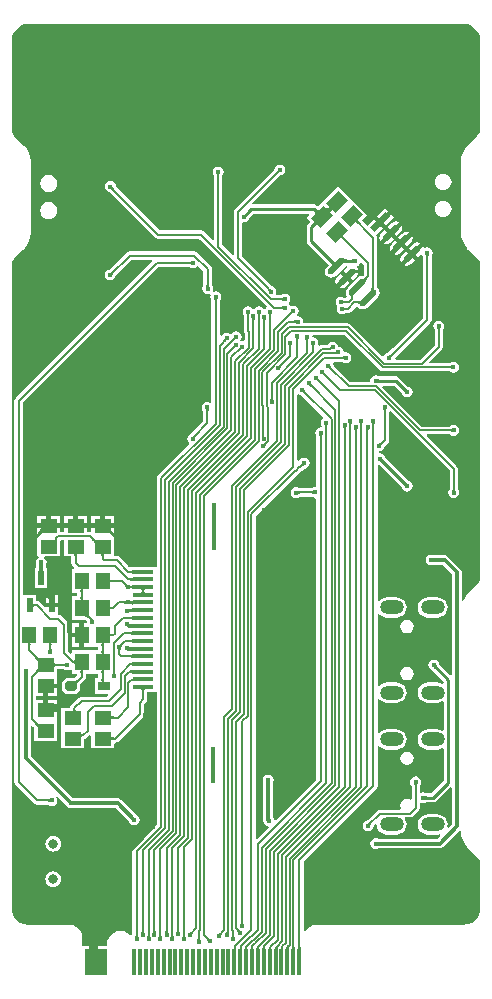
<source format=gbl>
G04*
G04 #@! TF.GenerationSoftware,Altium Limited,Altium Designer,21.2.2 (38)*
G04*
G04 Layer_Physical_Order=2*
G04 Layer_Color=16711680*
%FSLAX24Y24*%
%MOIN*%
G70*
G04*
G04 #@! TF.SameCoordinates,13F91C56-90A4-4746-9D45-15C4089C9FE9*
G04*
G04*
G04 #@! TF.FilePolarity,Positive*
G04*
G01*
G75*
%ADD10C,0.0080*%
%ADD11C,0.0100*%
%ADD20C,0.0060*%
%ADD31R,0.0579X0.0457*%
%ADD33R,0.0457X0.0579*%
G04:AMPARAMS|DCode=39|XSize=39.4mil|YSize=31.5mil|CornerRadius=0mil|HoleSize=0mil|Usage=FLASHONLY|Rotation=180.000|XOffset=0mil|YOffset=0mil|HoleType=Round|Shape=Octagon|*
%AMOCTAGOND39*
4,1,8,-0.0197,0.0079,-0.0197,-0.0079,-0.0118,-0.0157,0.0118,-0.0157,0.0197,-0.0079,0.0197,0.0079,0.0118,0.0157,-0.0118,0.0157,-0.0197,0.0079,0.0*
%
%ADD39OCTAGOND39*%

%ADD40R,0.0394X0.0315*%
%ADD42R,0.0197X0.0472*%
G04:AMPARAMS|DCode=49|XSize=45.7mil|YSize=57.9mil|CornerRadius=0mil|HoleSize=0mil|Usage=FLASHONLY|Rotation=135.000|XOffset=0mil|YOffset=0mil|HoleType=Round|Shape=Rectangle|*
%AMROTATEDRECTD49*
4,1,4,0.0366,0.0043,-0.0043,-0.0366,-0.0366,-0.0043,0.0043,0.0366,0.0366,0.0043,0.0*
%
%ADD49ROTATEDRECTD49*%

%ADD93C,0.0140*%
%ADD94C,0.0120*%
%ADD95C,0.0315*%
%ADD96O,0.0787X0.0472*%
%ADD97C,0.0158*%
%ADD98R,0.0709X0.0138*%
%ADD99R,0.0138X0.0860*%
%ADD100R,0.0730X0.0860*%
G04:AMPARAMS|DCode=101|XSize=21.7mil|YSize=70.9mil|CornerRadius=0mil|HoleSize=0mil|Usage=FLASHONLY|Rotation=135.000|XOffset=0mil|YOffset=0mil|HoleType=Round|Shape=Round|*
%AMOVALD101*
21,1,0.0492,0.0217,0.0000,0.0000,225.0*
1,1,0.0217,0.0174,0.0174*
1,1,0.0217,-0.0174,-0.0174*
%
%ADD101OVALD101*%

G04:AMPARAMS|DCode=102|XSize=21.7mil|YSize=70.9mil|CornerRadius=0mil|HoleSize=0mil|Usage=FLASHONLY|Rotation=135.000|XOffset=0mil|YOffset=0mil|HoleType=Round|Shape=Rectangle|*
%AMROTATEDRECTD102*
4,1,4,0.0327,0.0174,-0.0174,-0.0327,-0.0327,-0.0174,0.0174,0.0327,0.0327,0.0174,0.0*
%
%ADD102ROTATEDRECTD102*%

G36*
X3591Y24044D02*
X3591Y24039D01*
X3593Y24035D01*
X3595Y24030D01*
X3598Y24025D01*
X3601Y24019D01*
X3605Y24014D01*
X3610Y24008D01*
X3621Y23996D01*
X3565Y23939D01*
X3559Y23945D01*
X3547Y23955D01*
X3541Y23959D01*
X3536Y23963D01*
X3531Y23965D01*
X3526Y23967D01*
X3521Y23969D01*
X3516Y23970D01*
X3512Y23970D01*
X3590Y24048D01*
X3591Y24044D01*
D02*
G37*
G36*
X10920Y23274D02*
X10913Y23280D01*
X10904Y23284D01*
X10896Y23286D01*
X10886Y23285D01*
X10876Y23283D01*
X10865Y23278D01*
X10853Y23271D01*
X10840Y23262D01*
X10839Y23261D01*
X10838Y23260D01*
X10829Y23248D01*
X10822Y23236D01*
X10818Y23225D01*
X10815Y23215D01*
X10815Y23205D01*
X10817Y23196D01*
X10821Y23188D01*
X10827Y23181D01*
X10685Y23322D01*
X10693Y23316D01*
X10701Y23312D01*
X10710Y23311D01*
X10719Y23311D01*
X10729Y23313D01*
X10740Y23318D01*
X10752Y23325D01*
X10764Y23334D01*
X10766Y23335D01*
X10767Y23336D01*
X10776Y23348D01*
X10783Y23360D01*
X10787Y23371D01*
X10790Y23381D01*
X10790Y23391D01*
X10788Y23400D01*
X10785Y23408D01*
X10779Y23416D01*
X10920Y23274D01*
D02*
G37*
G36*
X10372Y23299D02*
X10386Y23288D01*
X10398Y23279D01*
X10410Y23272D01*
X10421Y23267D01*
X10431Y23265D01*
X10441Y23264D01*
X10450Y23266D01*
X10458Y23270D01*
X10465Y23276D01*
X10324Y23135D01*
X10330Y23142D01*
X10334Y23150D01*
X10336Y23159D01*
X10335Y23169D01*
X10333Y23179D01*
X10328Y23190D01*
X10321Y23202D01*
X10312Y23214D01*
X10301Y23228D01*
X10288Y23242D01*
X10358Y23312D01*
X10372Y23299D01*
D02*
G37*
G36*
X8080Y23098D02*
X8073Y23091D01*
X8055Y23071D01*
X8053Y23066D01*
X8051Y23063D01*
X8049Y23060D01*
X8049Y23057D01*
X8049Y23055D01*
X7957Y23116D01*
X7990Y23150D01*
X8080Y23098D01*
D02*
G37*
G36*
X11759Y22943D02*
X11756Y22937D01*
X11755Y22929D01*
X11755Y22922D01*
X11757Y22913D01*
X11761Y22905D01*
X11767Y22895D01*
X11774Y22885D01*
X11783Y22875D01*
X11793Y22863D01*
X11737Y22807D01*
X11725Y22817D01*
X11715Y22826D01*
X11705Y22833D01*
X11695Y22839D01*
X11687Y22843D01*
X11678Y22845D01*
X11671Y22845D01*
X11663Y22844D01*
X11657Y22841D01*
X11651Y22836D01*
X11764Y22949D01*
X11759Y22943D01*
D02*
G37*
G36*
X10422Y22772D02*
X10415Y22778D01*
X10407Y22782D01*
X10398Y22784D01*
X10388Y22783D01*
X10378Y22781D01*
X10367Y22776D01*
X10355Y22769D01*
X10343Y22760D01*
X10329Y22749D01*
X10315Y22736D01*
X10245Y22806D01*
X10258Y22820D01*
X10269Y22834D01*
X10278Y22846D01*
X10285Y22858D01*
X10289Y22869D01*
X10292Y22879D01*
X10292Y22889D01*
X10291Y22898D01*
X10287Y22906D01*
X10281Y22913D01*
X10422Y22772D01*
D02*
G37*
G36*
X11262Y22441D02*
X11258Y22434D01*
X11257Y22427D01*
X11257Y22420D01*
X11259Y22411D01*
X11263Y22402D01*
X11269Y22393D01*
X11276Y22383D01*
X11285Y22372D01*
X11295Y22361D01*
X11239Y22305D01*
X11228Y22315D01*
X11217Y22324D01*
X11207Y22331D01*
X11198Y22337D01*
X11189Y22341D01*
X11180Y22343D01*
X11173Y22343D01*
X11166Y22342D01*
X11159Y22338D01*
X11153Y22334D01*
X11266Y22447D01*
X11262Y22441D01*
D02*
G37*
G36*
X14126Y21778D02*
X14123Y21774D01*
X14121Y21769D01*
X14119Y21764D01*
X14117Y21759D01*
X14116Y21753D01*
X14115Y21746D01*
X14114Y21738D01*
X14114Y21722D01*
X14034D01*
X14033Y21731D01*
X14032Y21746D01*
X14031Y21753D01*
X14030Y21759D01*
X14028Y21764D01*
X14026Y21769D01*
X14024Y21774D01*
X14021Y21778D01*
X14018Y21781D01*
X14129D01*
X14126Y21778D01*
D02*
G37*
G36*
X11620Y21518D02*
X11619Y21519D01*
X11616Y21520D01*
X11613Y21521D01*
X11609Y21522D01*
X11599Y21523D01*
X11585Y21523D01*
X11568Y21524D01*
Y21624D01*
X11577Y21624D01*
X11613Y21626D01*
X11616Y21627D01*
X11619Y21628D01*
X11620Y21629D01*
Y21518D01*
D02*
G37*
G36*
X11279Y21659D02*
X11291Y21651D01*
X11303Y21645D01*
X11317Y21639D01*
X11331Y21634D01*
X11345Y21631D01*
X11360Y21627D01*
X11375Y21625D01*
X11391Y21624D01*
X11408Y21624D01*
Y21524D01*
X11381Y21523D01*
X11335Y21519D01*
X11317Y21516D01*
X11301Y21511D01*
X11288Y21506D01*
X11278Y21499D01*
X11271Y21492D01*
X11266Y21484D01*
X11265Y21474D01*
X11267Y21667D01*
X11279Y21659D01*
D02*
G37*
G36*
X6194Y21445D02*
X6190Y21448D01*
X6186Y21450D01*
X6182Y21452D01*
X6177Y21454D01*
X6171Y21456D01*
X6165Y21458D01*
X6158Y21459D01*
X6151Y21459D01*
X6134Y21460D01*
Y21540D01*
X6143Y21540D01*
X6158Y21541D01*
X6165Y21542D01*
X6171Y21544D01*
X6177Y21546D01*
X6182Y21548D01*
X6186Y21550D01*
X6190Y21552D01*
X6194Y21555D01*
Y21445D01*
D02*
G37*
G36*
X10941Y21569D02*
X10954Y21558D01*
X10967Y21549D01*
X10979Y21542D01*
X10990Y21537D01*
X11000Y21535D01*
X11010Y21534D01*
X11019Y21536D01*
X11027Y21540D01*
X11034Y21546D01*
X10893Y21404D01*
X10899Y21412D01*
X10903Y21420D01*
X10904Y21429D01*
X10904Y21438D01*
X10901Y21449D01*
X10897Y21460D01*
X10890Y21472D01*
X10881Y21484D01*
X10870Y21497D01*
X10856Y21511D01*
X10927Y21582D01*
X10941Y21569D01*
D02*
G37*
G36*
X6607Y21241D02*
Y20759D01*
X6581Y20720D01*
X6567Y20650D01*
X6581Y20580D01*
X6621Y20521D01*
X6680Y20481D01*
X6750Y20467D01*
X6811Y20480D01*
X6833Y20463D01*
X6850Y20441D01*
X6837Y20380D01*
X6851Y20310D01*
X6877Y20271D01*
Y16868D01*
X6827Y16841D01*
X6811Y16853D01*
X6741Y16866D01*
X6671Y16853D01*
X6612Y16813D01*
X6572Y16754D01*
X6558Y16684D01*
X6572Y16614D01*
X6598Y16575D01*
Y16210D01*
X6211Y15823D01*
X6205Y15817D01*
X6200Y15813D01*
X6190Y15811D01*
X6131Y15772D01*
X6091Y15713D01*
X6077Y15643D01*
X6091Y15573D01*
X6131Y15514D01*
X6136Y15466D01*
X5089Y14419D01*
X5058Y14373D01*
X5047Y14318D01*
X5047Y14318D01*
Y11376D01*
X4251D01*
X4247Y11377D01*
X4243Y11376D01*
X4146D01*
X4146Y11376D01*
Y11376D01*
X4110Y11406D01*
X3816Y11701D01*
X3769Y11732D01*
X3715Y11743D01*
X3715Y11743D01*
X3639D01*
Y12372D01*
X3639Y12378D01*
X3639D01*
Y12422D01*
X3639D01*
Y12675D01*
X3250D01*
X2962D01*
Y12650D01*
X2961Y12659D01*
X2958Y12668D01*
X2953Y12675D01*
X2861D01*
Y12561D01*
X2838Y12543D01*
X2838Y12543D01*
X2739D01*
Y12675D01*
X2646D01*
X2641Y12668D01*
X2638Y12659D01*
X2637Y12650D01*
Y12675D01*
X2350D01*
X2062D01*
Y12650D01*
X2061Y12659D01*
X2058Y12668D01*
X2053Y12675D01*
X1961D01*
Y12543D01*
X1839D01*
Y12675D01*
X1746D01*
X1741Y12668D01*
X1738Y12659D01*
X1737Y12650D01*
Y12675D01*
X1450D01*
X1061D01*
Y12449D01*
X1104Y12395D01*
X1061Y12364D01*
Y11721D01*
X1101D01*
X1116Y11671D01*
X1078Y11646D01*
X1039Y11587D01*
X1025Y11517D01*
X1039Y11447D01*
X1041Y11444D01*
Y11336D01*
X1002D01*
Y11239D01*
X1001Y11235D01*
X1002Y11231D01*
Y10664D01*
X1398D01*
Y11231D01*
X1399Y11235D01*
X1398Y11239D01*
Y11336D01*
X1367D01*
Y11433D01*
X1376Y11447D01*
X1390Y11517D01*
X1376Y11587D01*
X1336Y11646D01*
X1299Y11671D01*
X1314Y11721D01*
X1839D01*
Y12224D01*
X1842Y12238D01*
X1885Y12257D01*
X1961D01*
Y11721D01*
X2207D01*
Y11500D01*
X2207Y11500D01*
X2218Y11445D01*
X2249Y11399D01*
X2309Y11339D01*
X2288Y11289D01*
X2221D01*
Y10511D01*
X2407D01*
Y10389D01*
X2221D01*
Y9611D01*
X2660D01*
X2664Y9610D01*
X2667Y9611D01*
X2674D01*
X2688Y9599D01*
X2721Y9566D01*
X2717Y9550D01*
X2722Y9528D01*
X2690Y9489D01*
X2624D01*
Y9100D01*
Y8711D01*
X2878D01*
X2878Y8711D01*
X2922D01*
Y8711D01*
X2928Y8711D01*
X3107D01*
Y8589D01*
X2928D01*
X2922Y8589D01*
X2878D01*
X2872Y8589D01*
X2222D01*
Y8496D01*
X2175Y8476D01*
X2093Y8559D01*
Y9450D01*
X2093Y9450D01*
X2082Y9505D01*
X2051Y9551D01*
X2051Y9551D01*
X1851Y9751D01*
X1805Y9782D01*
X1772Y9788D01*
Y10025D01*
X1679D01*
X1674Y10018D01*
X1671Y10009D01*
X1670Y10000D01*
Y10025D01*
X1336D01*
X1329Y10022D01*
X1151Y10201D01*
X1105Y10232D01*
X1050Y10243D01*
X1024Y10281D01*
Y10436D01*
X628D01*
X593Y10472D01*
Y16841D01*
X5109Y21357D01*
X6141D01*
X6180Y21331D01*
X6250Y21317D01*
X6320Y21331D01*
X6379Y21371D01*
X6396Y21397D01*
X6446Y21402D01*
X6607Y21241D01*
D02*
G37*
G36*
X11632Y21306D02*
X11644Y21298D01*
X11656Y21292D01*
X11669Y21287D01*
X11683Y21282D01*
X11697Y21278D01*
X11712Y21275D01*
X11728Y21273D01*
X11744Y21272D01*
X11761Y21271D01*
X11762Y21171D01*
X11735Y21171D01*
X11690Y21167D01*
X11671Y21163D01*
X11655Y21159D01*
X11643Y21154D01*
X11633Y21147D01*
X11625Y21140D01*
X11621Y21132D01*
X11620Y21122D01*
X11620Y21314D01*
X11632Y21306D01*
D02*
G37*
G36*
X3610Y21153D02*
X3604Y21147D01*
X3594Y21136D01*
X3590Y21130D01*
X3587Y21125D01*
X3584Y21120D01*
X3582Y21115D01*
X3580Y21110D01*
X3579Y21105D01*
X3579Y21101D01*
X3501Y21179D01*
X3505Y21179D01*
X3510Y21180D01*
X3515Y21182D01*
X3520Y21184D01*
X3525Y21187D01*
X3530Y21190D01*
X3536Y21194D01*
X3541Y21199D01*
X3553Y21210D01*
X3610Y21153D01*
D02*
G37*
G36*
X787Y29472D02*
X15262Y29472D01*
X15268Y29471D01*
Y29471D01*
X15317Y29468D01*
X15415Y29455D01*
X15552Y29399D01*
X15669Y29309D01*
X15759Y29191D01*
X15816Y29054D01*
X15833Y28920D01*
X15831Y28907D01*
Y25977D01*
X15826Y25950D01*
X15827Y25945D01*
X15818Y25875D01*
X15789Y25805D01*
X15772Y25784D01*
X15741Y25746D01*
X15741Y25746D01*
X15741Y25745D01*
X15406Y25411D01*
X15402Y25404D01*
X15315Y25299D01*
X15247Y25172D01*
X15205Y25034D01*
X15192Y24899D01*
X15190Y24890D01*
Y22502D01*
X15192Y22494D01*
X15205Y22359D01*
X15247Y22221D01*
X15315Y22093D01*
X15403Y21986D01*
X15406Y21982D01*
X15406Y21981D01*
X15407Y21980D01*
X15441Y21946D01*
X15739Y21652D01*
X15743Y21649D01*
X15786Y21594D01*
X15815Y21525D01*
X15824Y21451D01*
X15823Y21450D01*
X15823D01*
X15826Y21435D01*
X15828Y21401D01*
X15828Y16315D01*
X15828Y16315D01*
X15828Y16315D01*
X15829Y11000D01*
X15830Y10995D01*
X15821Y10925D01*
X15792Y10856D01*
X15775Y10834D01*
X15744Y10797D01*
X15744Y10797D01*
X15744Y10796D01*
X15409Y10461D01*
X15405Y10455D01*
X15318Y10349D01*
X15263Y10246D01*
X15213Y10259D01*
Y11200D01*
X15201Y11262D01*
X15165Y11315D01*
X14765Y11715D01*
X14712Y11751D01*
X14650Y11763D01*
X14278D01*
X14270Y11769D01*
X14200Y11783D01*
X14130Y11769D01*
X14071Y11729D01*
X14031Y11670D01*
X14017Y11600D01*
X14031Y11530D01*
X14071Y11471D01*
X14130Y11431D01*
X14200Y11417D01*
X14270Y11431D01*
X14278Y11437D01*
X14582D01*
X14887Y11132D01*
Y7777D01*
X14837Y7756D01*
X14462Y8130D01*
X14457Y8158D01*
X14417Y8217D01*
X14358Y8257D01*
X14288Y8271D01*
X14218Y8257D01*
X14159Y8217D01*
X14120Y8158D01*
X14106Y8088D01*
X14120Y8018D01*
X14159Y7959D01*
X14218Y7920D01*
X14246Y7914D01*
X14616Y7544D01*
X14611Y7504D01*
X14565Y7481D01*
X14495Y7510D01*
X14407Y7522D01*
X14093D01*
X14005Y7510D01*
X13923Y7476D01*
X13853Y7422D01*
X13799Y7352D01*
X13765Y7270D01*
X13753Y7183D01*
X13765Y7095D01*
X13799Y7013D01*
X13853Y6943D01*
X13923Y6889D01*
X14005Y6855D01*
X14093Y6844D01*
X14407D01*
X14495Y6855D01*
X14571Y6886D01*
X14621Y6867D01*
Y5935D01*
X14571Y5916D01*
X14495Y5948D01*
X14407Y5959D01*
X14093D01*
X14005Y5948D01*
X13923Y5914D01*
X13853Y5860D01*
X13799Y5790D01*
X13765Y5708D01*
X13753Y5620D01*
X13765Y5532D01*
X13799Y5450D01*
X13853Y5380D01*
X13923Y5326D01*
X14005Y5292D01*
X14093Y5281D01*
X14407D01*
X14495Y5292D01*
X14571Y5324D01*
X14621Y5305D01*
Y4237D01*
X14210Y3826D01*
X14033D01*
X14010Y3842D01*
X13940Y3856D01*
X13870Y3842D01*
X13857Y3833D01*
X13813Y3857D01*
Y4083D01*
X13849Y4137D01*
X13863Y4207D01*
X13849Y4277D01*
X13809Y4336D01*
X13750Y4376D01*
X13680Y4390D01*
X13610Y4376D01*
X13551Y4336D01*
X13511Y4277D01*
X13498Y4207D01*
X13511Y4137D01*
X13548Y4083D01*
Y3629D01*
X13503Y3606D01*
X13481Y3621D01*
X13396Y3638D01*
X13311Y3621D01*
X13238Y3573D01*
X13190Y3500D01*
X13173Y3415D01*
X13190Y3333D01*
X13190Y3324D01*
X13165Y3283D01*
X12500D01*
X12449Y3272D01*
X12406Y3244D01*
X12090Y2928D01*
X12090Y2928D01*
X12033Y2916D01*
X11974Y2877D01*
X11934Y2818D01*
X11920Y2748D01*
X11934Y2678D01*
X11974Y2619D01*
X12033Y2579D01*
X12103Y2565D01*
X12173Y2579D01*
X12232Y2619D01*
X12272Y2678D01*
X12286Y2748D01*
X12285Y2748D01*
X12344Y2807D01*
X12358Y2800D01*
X12388Y2780D01*
X12399Y2698D01*
X12433Y2616D01*
X12487Y2546D01*
X12557Y2492D01*
X12639Y2458D01*
X12726Y2446D01*
X13041D01*
X13129Y2458D01*
X13211Y2492D01*
X13281Y2546D01*
X13335Y2616D01*
X13369Y2698D01*
X13380Y2785D01*
X13369Y2873D01*
X13335Y2955D01*
X13321Y2973D01*
X13344Y3017D01*
X13500D01*
X13551Y3028D01*
X13594Y3056D01*
X13774Y3236D01*
X13803Y3279D01*
X13813Y3330D01*
Y3490D01*
X13857Y3513D01*
X13870Y3505D01*
X13940Y3491D01*
X14010Y3505D01*
X14033Y3520D01*
X14273D01*
X14332Y3532D01*
X14381Y3565D01*
X14837Y4021D01*
X14887Y4000D01*
Y2788D01*
X14781Y2682D01*
X14764Y2688D01*
X14736Y2708D01*
X14747Y2785D01*
X14735Y2873D01*
X14701Y2955D01*
X14647Y3025D01*
X14577Y3079D01*
X14495Y3113D01*
X14407Y3124D01*
X14093D01*
X14005Y3113D01*
X13923Y3079D01*
X13853Y3025D01*
X13799Y2955D01*
X13765Y2873D01*
X13753Y2785D01*
X13765Y2698D01*
X13799Y2616D01*
X13853Y2546D01*
X13923Y2492D01*
X14005Y2458D01*
X14093Y2446D01*
X14407D01*
X14485Y2456D01*
X14505Y2429D01*
X14511Y2412D01*
X14412Y2313D01*
X12428D01*
X12420Y2319D01*
X12350Y2333D01*
X12280Y2319D01*
X12221Y2279D01*
X12181Y2220D01*
X12167Y2150D01*
X12181Y2080D01*
X12221Y2021D01*
X12280Y1981D01*
X12350Y1967D01*
X12420Y1981D01*
X12428Y1987D01*
X14480D01*
X14542Y1999D01*
X14595Y2035D01*
X15143Y2583D01*
X15193Y2562D01*
Y2553D01*
X15195Y2545D01*
X15208Y2409D01*
X15250Y2271D01*
X15318Y2144D01*
X15406Y2036D01*
X15409Y2032D01*
X15409Y2032D01*
X15410Y2031D01*
X15444Y1997D01*
X15742Y1703D01*
X15746Y1700D01*
X15789Y1645D01*
X15818Y1575D01*
X15827Y1505D01*
X15826Y1500D01*
Y3D01*
X15830Y-20D01*
X15813Y-147D01*
X15757Y-284D01*
X15667Y-401D01*
X15549Y-492D01*
X15412Y-548D01*
X15279Y-566D01*
X15266Y-563D01*
X10773Y-563D01*
X10773Y-563D01*
X10373D01*
X10365Y-562D01*
Y-562D01*
X10256Y-577D01*
X10155Y-618D01*
X10154Y-619D01*
X10152Y-620D01*
X10065Y-687D01*
X10003Y-767D01*
X9979Y-766D01*
X9953Y-754D01*
Y1551D01*
X12372Y3970D01*
X12372Y3970D01*
X12403Y4016D01*
X12414Y4071D01*
Y5393D01*
X12464Y5410D01*
X12487Y5380D01*
X12557Y5326D01*
X12639Y5292D01*
X12726Y5281D01*
X13041D01*
X13129Y5292D01*
X13211Y5326D01*
X13281Y5380D01*
X13335Y5450D01*
X13369Y5532D01*
X13380Y5620D01*
X13369Y5708D01*
X13335Y5790D01*
X13281Y5860D01*
X13211Y5914D01*
X13129Y5948D01*
X13041Y5959D01*
X12726D01*
X12639Y5948D01*
X12557Y5914D01*
X12487Y5860D01*
X12464Y5830D01*
X12414Y5847D01*
Y6956D01*
X12464Y6973D01*
X12487Y6943D01*
X12557Y6889D01*
X12639Y6855D01*
X12726Y6844D01*
X13041D01*
X13129Y6855D01*
X13211Y6889D01*
X13281Y6943D01*
X13335Y7013D01*
X13369Y7095D01*
X13380Y7183D01*
X13369Y7270D01*
X13335Y7352D01*
X13281Y7422D01*
X13211Y7476D01*
X13129Y7510D01*
X13041Y7522D01*
X12726D01*
X12639Y7510D01*
X12557Y7476D01*
X12487Y7422D01*
X12464Y7393D01*
X12414Y7410D01*
Y9790D01*
X12464Y9807D01*
X12487Y9778D01*
X12557Y9724D01*
X12639Y9690D01*
X12726Y9678D01*
X13041D01*
X13129Y9690D01*
X13211Y9724D01*
X13281Y9778D01*
X13335Y9848D01*
X13369Y9930D01*
X13380Y10017D01*
X13369Y10105D01*
X13335Y10187D01*
X13281Y10257D01*
X13211Y10311D01*
X13129Y10345D01*
X13041Y10356D01*
X12726D01*
X12639Y10345D01*
X12557Y10311D01*
X12487Y10257D01*
X12464Y10227D01*
X12414Y10244D01*
Y14755D01*
X12417Y14760D01*
X12464Y14780D01*
X13225Y14018D01*
X13231Y13990D01*
X13270Y13931D01*
X13330Y13891D01*
X13400Y13877D01*
X13469Y13891D01*
X13529Y13931D01*
X13568Y13990D01*
X13582Y14060D01*
X13568Y14130D01*
X13529Y14189D01*
X13469Y14229D01*
X13442Y14234D01*
X12659Y15017D01*
X12654Y15044D01*
X12614Y15104D01*
X12555Y15143D01*
X12487Y15157D01*
X12483Y15161D01*
X12457Y15202D01*
X12463Y15218D01*
X12521Y15229D01*
X12580Y15269D01*
X12619Y15328D01*
X12628Y15374D01*
X12751Y15496D01*
X12782Y15542D01*
X12793Y15597D01*
X12793Y15597D01*
Y16549D01*
X12843Y16570D01*
X14817Y14595D01*
Y13974D01*
X14781Y13920D01*
X14767Y13850D01*
X14781Y13780D01*
X14821Y13721D01*
X14880Y13681D01*
X14950Y13667D01*
X15020Y13681D01*
X15079Y13721D01*
X15119Y13780D01*
X15133Y13850D01*
X15119Y13920D01*
X15083Y13974D01*
Y14650D01*
X15072Y14701D01*
X15044Y14744D01*
X14050Y15738D01*
X14069Y15784D01*
X14824D01*
X14878Y15748D01*
X14948Y15734D01*
X15018Y15748D01*
X15077Y15788D01*
X15117Y15847D01*
X15131Y15917D01*
X15117Y15986D01*
X15077Y16046D01*
X15018Y16085D01*
X14948Y16099D01*
X14878Y16085D01*
X14824Y16049D01*
X13894D01*
X12573Y17370D01*
X12592Y17416D01*
X12968D01*
X13226Y17158D01*
X13231Y17130D01*
X13271Y17071D01*
X13330Y17031D01*
X13400Y17017D01*
X13470Y17031D01*
X13529Y17071D01*
X13569Y17130D01*
X13583Y17200D01*
X13569Y17270D01*
X13529Y17329D01*
X13470Y17369D01*
X13442Y17374D01*
X13139Y17677D01*
X13089Y17710D01*
X13031Y17722D01*
X12440D01*
X12417Y17738D01*
X12347Y17752D01*
X12277Y17738D01*
X12218Y17698D01*
X12178Y17639D01*
X12164Y17569D01*
X12166Y17560D01*
X12134Y17522D01*
X11506D01*
X10951Y18076D01*
X10939Y18137D01*
X10939Y18146D01*
X10965Y18187D01*
X11182D01*
X11182Y18187D01*
X11223Y18195D01*
X11253D01*
X11281Y18177D01*
X11351Y18163D01*
X11420Y18177D01*
X11480Y18217D01*
X11519Y18276D01*
X11533Y18346D01*
X11519Y18416D01*
X11480Y18475D01*
X11420Y18514D01*
X11351Y18528D01*
X11300Y18518D01*
X11290Y18529D01*
X11276Y18599D01*
X11236Y18658D01*
X11177Y18698D01*
X11107Y18712D01*
X11097Y18710D01*
X11086Y18765D01*
X11046Y18824D01*
X10987Y18864D01*
X10917Y18878D01*
X10847Y18864D01*
X10788Y18824D01*
X10760Y18783D01*
X10564D01*
X10564Y18783D01*
X10510Y18772D01*
X10469Y18745D01*
X10460Y18749D01*
X10448Y18756D01*
X10428Y18776D01*
X10440Y18834D01*
X10426Y18904D01*
X10386Y18963D01*
X10327Y19003D01*
X10257Y19017D01*
X10230Y19062D01*
X10228Y19074D01*
X10260Y19112D01*
X11300D01*
X12486Y17926D01*
X12529Y17897D01*
X12580Y17887D01*
X14821D01*
X14875Y17851D01*
X14945Y17837D01*
X15015Y17851D01*
X15074Y17891D01*
X15114Y17950D01*
X15128Y18020D01*
X15114Y18090D01*
X15074Y18149D01*
X15015Y18188D01*
X14945Y18202D01*
X14875Y18188D01*
X14821Y18152D01*
X14155D01*
X14136Y18199D01*
X14544Y18606D01*
X14572Y18649D01*
X14583Y18700D01*
Y19276D01*
X14619Y19330D01*
X14633Y19400D01*
X14619Y19470D01*
X14579Y19529D01*
X14520Y19569D01*
X14450Y19583D01*
X14380Y19569D01*
X14321Y19529D01*
X14281Y19470D01*
X14267Y19400D01*
X14281Y19330D01*
X14317Y19276D01*
Y18755D01*
X13845Y18283D01*
X13013D01*
X12992Y18333D01*
X13124Y18465D01*
X13124Y18465D01*
X13124Y18465D01*
X14174Y19515D01*
X14174Y19515D01*
X14205Y19561D01*
X14216Y19616D01*
Y21729D01*
X14242Y21768D01*
X14256Y21838D01*
X14242Y21907D01*
X14203Y21967D01*
X14143Y22006D01*
X14074Y22020D01*
X14004Y22006D01*
X13993Y21999D01*
X13938Y22022D01*
X13931Y22056D01*
X13928Y22061D01*
X13667Y21800D01*
X13764Y21703D01*
X13850Y21789D01*
X13904Y21772D01*
X13905Y21768D01*
X13931Y21729D01*
Y19675D01*
X12923Y18667D01*
X12923Y18667D01*
X12773Y18517D01*
X12727Y18508D01*
X12668Y18468D01*
X12629Y18409D01*
X12626Y18398D01*
X12579Y18384D01*
X11514Y19448D01*
X11471Y19477D01*
X11420Y19487D01*
X9963D01*
X9931Y19526D01*
X9935Y19544D01*
X9921Y19614D01*
X9882Y19673D01*
X9822Y19712D01*
X9752Y19726D01*
X9734Y19723D01*
X9714Y19770D01*
X9729Y19780D01*
X9769Y19839D01*
X9783Y19909D01*
X9769Y19979D01*
X9729Y20038D01*
X9670Y20078D01*
X9600Y20092D01*
X9558Y20083D01*
X9508Y20081D01*
X9468Y20140D01*
X9469Y20188D01*
X9492Y20222D01*
X9506Y20292D01*
X9492Y20362D01*
X9452Y20421D01*
X9393Y20461D01*
X9323Y20475D01*
X9253Y20461D01*
X9199Y20425D01*
X9049D01*
X9026Y20469D01*
X9032Y20479D01*
X9046Y20549D01*
X9032Y20619D01*
X8993Y20678D01*
X8934Y20718D01*
X8870Y20730D01*
X8783Y20817D01*
X8783Y20817D01*
X7893Y21708D01*
Y22821D01*
X7943Y22862D01*
X7971Y22856D01*
X8041Y22870D01*
X8101Y22909D01*
X8140Y22969D01*
X8151Y23024D01*
X8198Y23070D01*
X8220Y23104D01*
X8263Y23147D01*
X10126D01*
X10145Y23101D01*
X10047Y23002D01*
X10171Y22878D01*
X10092Y22799D01*
X10059Y22750D01*
X10047Y22691D01*
Y22238D01*
X10059Y22180D01*
X10092Y22130D01*
X10781Y21442D01*
X10715Y21376D01*
X10669Y21307D01*
X10653Y21226D01*
X10669Y21144D01*
X10715Y21075D01*
X10784Y21029D01*
X10865Y21013D01*
X10946Y21029D01*
X11015Y21075D01*
X11355Y21415D01*
X11389Y21412D01*
X11400Y21395D01*
X11410Y21363D01*
X11295Y21249D01*
X11445Y21099D01*
X11596Y20949D01*
X11717Y21070D01*
X11763Y21139D01*
X11779Y21220D01*
X11763Y21301D01*
X11730Y21351D01*
X11746Y21404D01*
X11748Y21406D01*
X11806Y21444D01*
X11837Y21491D01*
X11893Y21506D01*
X11964Y21434D01*
Y21112D01*
X11929Y21078D01*
X11929Y21077D01*
X11920Y21079D01*
X11839Y21063D01*
X11770Y21017D01*
X11422Y20669D01*
X11376Y20600D01*
X11360Y20518D01*
X11376Y20437D01*
X11391Y20414D01*
X11394Y20408D01*
X11384Y20361D01*
X11381Y20358D01*
X11377Y20355D01*
X11373Y20353D01*
X11366Y20350D01*
X11297D01*
X11270Y20369D01*
X11200Y20383D01*
X11130Y20369D01*
X11071Y20329D01*
X11031Y20270D01*
X11017Y20200D01*
X11031Y20130D01*
X11071Y20071D01*
X11079Y20066D01*
X11062Y20040D01*
X11048Y19970D01*
X11062Y19900D01*
X11101Y19841D01*
X11160Y19801D01*
X11230Y19787D01*
X11300Y19801D01*
X11339Y19827D01*
X11420D01*
X11420Y19827D01*
X11474Y19838D01*
X11521Y19869D01*
X11700Y20048D01*
X11753D01*
X11775Y20015D01*
X11844Y19969D01*
X11926Y19953D01*
X12007Y19969D01*
X12076Y20015D01*
X12424Y20363D01*
X12470Y20432D01*
X12486Y20513D01*
X12470Y20594D01*
X12424Y20663D01*
X12393Y20684D01*
Y22350D01*
X12393Y22350D01*
X12382Y22405D01*
X12364Y22431D01*
X12595Y22661D01*
X12528Y22727D01*
X12520Y22725D01*
X12512Y22722D01*
X12505Y22716D01*
X12522Y22733D01*
X12447Y22808D01*
X12373Y22883D01*
X12349Y22859D01*
X12355Y22867D01*
X12359Y22875D01*
X12361Y22884D01*
X12360Y22894D01*
X12360Y22896D01*
X12300Y22955D01*
X12073Y22729D01*
X11881Y22921D01*
X12055Y23095D01*
X11591Y23560D01*
X11591Y23560D01*
X11560Y23591D01*
X11556Y23595D01*
X11095Y24055D01*
X10545Y23505D01*
X10547Y23502D01*
X10430Y23386D01*
X10408Y23408D01*
X10359Y23441D01*
X10300Y23453D01*
X8267D01*
X8246Y23503D01*
X8779Y24036D01*
X8792Y24045D01*
X9166Y24419D01*
X9230Y24431D01*
X9289Y24471D01*
X9329Y24530D01*
X9343Y24600D01*
X9329Y24670D01*
X9289Y24729D01*
X9230Y24769D01*
X9160Y24783D01*
X9090Y24769D01*
X9031Y24729D01*
X8991Y24670D01*
X8979Y24606D01*
X8613Y24241D01*
X8600Y24232D01*
X7666Y23298D01*
X7638Y23255D01*
X7627Y23204D01*
Y21771D01*
X7581Y21751D01*
X7233Y22100D01*
Y24406D01*
X7269Y24460D01*
X7283Y24530D01*
X7269Y24600D01*
X7229Y24659D01*
X7170Y24699D01*
X7100Y24713D01*
X7030Y24699D01*
X6971Y24659D01*
X6931Y24600D01*
X6917Y24530D01*
X6931Y24460D01*
X6967Y24406D01*
Y22275D01*
X6921Y22256D01*
X6627Y22551D01*
X6580Y22582D01*
X6526Y22593D01*
X6526Y22593D01*
X5170D01*
X3689Y24073D01*
X3680Y24119D01*
X3640Y24178D01*
X3581Y24218D01*
X3511Y24232D01*
X3441Y24218D01*
X3382Y24178D01*
X3343Y24119D01*
X3329Y24049D01*
X3343Y23979D01*
X3382Y23920D01*
X3441Y23881D01*
X3487Y23871D01*
X5010Y22349D01*
X5010Y22349D01*
X5056Y22318D01*
X5110Y22307D01*
X6466D01*
X8713Y20060D01*
X8708Y20011D01*
X8691Y19999D01*
X8670Y19968D01*
X8669Y19968D01*
X8613Y19972D01*
X8587Y20010D01*
X8528Y20050D01*
X8458Y20064D01*
X8388Y20050D01*
X8329Y20010D01*
X8305Y19974D01*
X8246Y19972D01*
X8227Y20001D01*
X8168Y20040D01*
X8098Y20054D01*
X8028Y20040D01*
X7969Y20001D01*
X7929Y19942D01*
X7915Y19872D01*
X7929Y19802D01*
X7955Y19763D01*
Y19237D01*
X7955Y19237D01*
X7966Y19183D01*
X7983Y19157D01*
Y18932D01*
X7933Y18891D01*
X7903Y18897D01*
X7874Y18892D01*
X7844Y18937D01*
X7868Y18972D01*
X7882Y19042D01*
X7868Y19112D01*
X7828Y19171D01*
X7769Y19210D01*
X7699Y19224D01*
X7630Y19210D01*
X7570Y19171D01*
X7556Y19149D01*
X7519Y19119D01*
X7492Y19137D01*
X7460Y19158D01*
X7390Y19172D01*
X7320Y19158D01*
X7261Y19119D01*
X7221Y19059D01*
X7213Y19055D01*
X7163Y19085D01*
Y20271D01*
X7189Y20310D01*
X7203Y20380D01*
X7189Y20450D01*
X7149Y20509D01*
X7090Y20549D01*
X7020Y20563D01*
X6959Y20550D01*
X6937Y20567D01*
X6920Y20589D01*
X6933Y20650D01*
X6919Y20720D01*
X6893Y20759D01*
Y21300D01*
X6893Y21300D01*
X6882Y21355D01*
X6851Y21401D01*
X6851Y21401D01*
X6401Y21851D01*
X6355Y21882D01*
X6300Y21893D01*
X6300Y21893D01*
X4150D01*
X4150Y21893D01*
X4095Y21882D01*
X4049Y21851D01*
X4049Y21851D01*
X3476Y21278D01*
X3430Y21269D01*
X3371Y21229D01*
X3331Y21170D01*
X3317Y21100D01*
X3331Y21030D01*
X3371Y20971D01*
X3430Y20931D01*
X3500Y20917D01*
X3570Y20931D01*
X3629Y20971D01*
X3669Y21030D01*
X3678Y21076D01*
X4209Y21607D01*
X4885D01*
X4905Y21557D01*
X349Y17001D01*
X318Y16955D01*
X307Y16900D01*
X307Y16900D01*
Y4200D01*
X307Y4200D01*
X318Y4145D01*
X349Y4099D01*
X965Y3483D01*
X965Y3483D01*
X1011Y3452D01*
X1066Y3441D01*
X1066Y3441D01*
X1450D01*
X1489Y3415D01*
X1559Y3401D01*
X1629Y3415D01*
X1688Y3455D01*
X1727Y3514D01*
X1741Y3584D01*
X1727Y3654D01*
X1692Y3706D01*
X1731Y3738D01*
X2029Y3440D01*
X2031Y3430D01*
X2071Y3371D01*
X2130Y3331D01*
X2200Y3317D01*
X2270Y3331D01*
X2278Y3337D01*
X3682D01*
X4129Y2890D01*
X4131Y2880D01*
X4171Y2821D01*
X4230Y2781D01*
X4300Y2767D01*
X4370Y2781D01*
X4429Y2821D01*
X4469Y2880D01*
X4483Y2950D01*
X4469Y3020D01*
X4429Y3079D01*
X4370Y3119D01*
X4360Y3121D01*
X3865Y3615D01*
X3812Y3651D01*
X3750Y3663D01*
X2278D01*
X2270Y3669D01*
X2260Y3671D01*
X863Y5068D01*
Y6058D01*
X909Y6077D01*
X946Y6040D01*
X957Y6028D01*
X961Y6024D01*
Y6017D01*
X960Y6014D01*
X961Y6010D01*
Y5571D01*
X1739D01*
Y6222D01*
X1739Y6228D01*
X1739D01*
Y6272D01*
X1739D01*
Y6525D01*
X1350D01*
Y6600D01*
X1275D01*
Y6826D01*
X1250D01*
X1259Y6827D01*
X1268Y6830D01*
X1275Y6835D01*
Y6929D01*
X1043D01*
Y7071D01*
X1275D01*
Y7165D01*
X1268Y7170D01*
X1259Y7173D01*
X1250Y7174D01*
X1275D01*
Y7400D01*
X1350D01*
Y7475D01*
X1739D01*
Y7728D01*
X1739Y7728D01*
Y7772D01*
X1739D01*
X1739Y7778D01*
Y7958D01*
X1969D01*
X2008Y7932D01*
X2077Y7918D01*
X2147Y7932D01*
X2172Y7948D01*
X2222Y7922D01*
Y7811D01*
X2382D01*
X2397Y7761D01*
X2295Y7659D01*
X2294Y7657D01*
X2031D01*
X1902Y7529D01*
Y7271D01*
X2031Y7143D01*
X2367D01*
X2496Y7271D01*
Y7455D01*
X2499Y7459D01*
X2651Y7611D01*
X2651Y7611D01*
X2682Y7657D01*
X2693Y7712D01*
X2693Y7712D01*
Y7811D01*
X2872D01*
X2878Y7811D01*
X2922D01*
X2928Y7811D01*
X3108D01*
Y7657D01*
X3004D01*
Y7143D01*
X3425D01*
X3444Y7096D01*
X3391Y7043D01*
X2550D01*
X2550Y7043D01*
X2495Y7032D01*
X2449Y7001D01*
X2201Y6753D01*
X2170Y6707D01*
X2164Y6679D01*
X1861D01*
Y6022D01*
X1861D01*
Y5978D01*
X1861D01*
Y5321D01*
X2639D01*
Y5625D01*
X2667Y5631D01*
X2713Y5662D01*
X2811Y5759D01*
X2861Y5738D01*
Y5321D01*
X3639D01*
Y5465D01*
X3659Y5507D01*
X3714Y5518D01*
X3760Y5549D01*
X4586Y6374D01*
X4586Y6374D01*
X4617Y6420D01*
X4627Y6475D01*
X4627Y6475D01*
Y6791D01*
X4701Y6864D01*
X4701Y6864D01*
X4732Y6910D01*
X4743Y6965D01*
X4743Y6965D01*
Y7200D01*
X5047D01*
Y2775D01*
X4279Y2007D01*
X4248Y1961D01*
X4237Y1906D01*
X4237Y1906D01*
Y-894D01*
X4187Y-911D01*
X4174Y-893D01*
X4079Y-820D01*
X3968Y-774D01*
X3849Y-759D01*
X3730Y-774D01*
X3619Y-820D01*
X3618Y-821D01*
X3616Y-822D01*
X3521Y-895D01*
X3448Y-990D01*
X3402Y-1101D01*
X3386Y-1220D01*
X3386D01*
X3387Y-1227D01*
X3386Y-1233D01*
Y-1280D01*
X3089D01*
Y-1810D01*
X2939D01*
Y-1382D01*
X2742D01*
X2755Y-1381D01*
X2767Y-1377D01*
X2778Y-1370D01*
X2787Y-1360D01*
X2795Y-1347D01*
X2801Y-1331D01*
X2806Y-1313D01*
X2809Y-1292D01*
X2810Y-1280D01*
X2577D01*
Y-982D01*
X2575Y-972D01*
X2562Y-874D01*
X2520Y-772D01*
X2453Y-685D01*
X2366Y-618D01*
X2265Y-577D01*
X2156Y-562D01*
Y-562D01*
X2148Y-563D01*
X785D01*
X772Y-566D01*
X638Y-548D01*
X501Y-491D01*
X384Y-401D01*
X294Y-284D01*
X237Y-147D01*
X220Y-20D01*
X224Y0D01*
X224Y21435D01*
X227Y21450D01*
X227D01*
X226Y21451D01*
X235Y21525D01*
X264Y21594D01*
X307Y21649D01*
X311Y21652D01*
X608Y21946D01*
X643Y21980D01*
X644Y21981D01*
X644Y21982D01*
X647Y21986D01*
X735Y22093D01*
X803Y22221D01*
X845Y22359D01*
X858Y22494D01*
X860Y22502D01*
Y24890D01*
X858Y24899D01*
X845Y25034D01*
X803Y25172D01*
X735Y25299D01*
X648Y25404D01*
X644Y25411D01*
X309Y25745D01*
X309Y25746D01*
X309Y25746D01*
X278Y25784D01*
X261Y25805D01*
X232Y25875D01*
X223Y25945D01*
X224Y25950D01*
X224Y25950D01*
Y28909D01*
X222Y28922D01*
X239Y29056D01*
X296Y29193D01*
X386Y29311D01*
X504Y29401D01*
X641Y29457D01*
X773Y29475D01*
X787Y29472D01*
D02*
G37*
G36*
X12075Y20965D02*
X12061Y20950D01*
X12038Y20923D01*
X12030Y20911D01*
X12024Y20901D01*
X12021Y20891D01*
X12019Y20882D01*
X12019Y20874D01*
X12022Y20867D01*
X12026Y20861D01*
X11914Y20972D01*
X11920Y20968D01*
X11927Y20966D01*
X11935Y20965D01*
X11944Y20967D01*
X11954Y20971D01*
X11965Y20977D01*
X11977Y20985D01*
X11990Y20995D01*
X12004Y21007D01*
X12019Y21022D01*
X12075Y20965D01*
D02*
G37*
G36*
X6790Y20757D02*
X6791Y20742D01*
X6792Y20735D01*
X6794Y20729D01*
X6796Y20723D01*
X6798Y20718D01*
X6800Y20714D01*
X6802Y20710D01*
X6805Y20706D01*
X6695D01*
X6698Y20710D01*
X6700Y20714D01*
X6702Y20718D01*
X6704Y20723D01*
X6706Y20729D01*
X6708Y20735D01*
X6709Y20742D01*
X6709Y20749D01*
X6710Y20766D01*
X6790D01*
X6790Y20757D01*
D02*
G37*
G36*
X12290Y20679D02*
X12294Y20646D01*
X12296Y20633D01*
X12300Y20622D01*
X12304Y20614D01*
X12309Y20608D01*
X12315Y20604D01*
X12322Y20603D01*
X12329Y20604D01*
X12171Y20561D01*
X12178Y20564D01*
X12185Y20569D01*
X12191Y20576D01*
X12196Y20585D01*
X12200Y20596D01*
X12204Y20609D01*
X12206Y20623D01*
X12208Y20640D01*
X12210Y20659D01*
X12210Y20679D01*
X12290Y20699D01*
X12290Y20679D01*
D02*
G37*
G36*
X8805Y20650D02*
X8811Y20645D01*
X8817Y20641D01*
X8823Y20638D01*
X8829Y20635D01*
X8836Y20632D01*
X8842Y20630D01*
X8849Y20629D01*
X8856Y20628D01*
X8863Y20628D01*
X8785Y20550D01*
X8785Y20557D01*
X8784Y20564D01*
X8782Y20570D01*
X8781Y20577D01*
X8778Y20583D01*
X8775Y20589D01*
X8771Y20596D01*
X8767Y20601D01*
X8763Y20607D01*
X8757Y20613D01*
X8800Y20655D01*
X8805Y20650D01*
D02*
G37*
G36*
X11636Y20434D02*
X11628Y20434D01*
X11621Y20432D01*
X11616Y20428D01*
X11610Y20421D01*
X11606Y20413D01*
X11603Y20401D01*
X11600Y20388D01*
X11598Y20372D01*
X11597Y20354D01*
X11596Y20334D01*
X11516Y20346D01*
X11516Y20360D01*
X11515Y20373D01*
X11513Y20386D01*
X11510Y20398D01*
X11507Y20410D01*
X11503Y20422D01*
X11498Y20433D01*
X11492Y20444D01*
X11486Y20454D01*
X11478Y20464D01*
X11636Y20434D01*
D02*
G37*
G36*
X7072Y20320D02*
X7070Y20316D01*
X7068Y20312D01*
X7066Y20307D01*
X7064Y20301D01*
X7062Y20295D01*
X7061Y20288D01*
X7061Y20281D01*
X7060Y20264D01*
X6980D01*
X6980Y20273D01*
X6979Y20288D01*
X6978Y20295D01*
X6976Y20301D01*
X6974Y20307D01*
X6972Y20312D01*
X6970Y20316D01*
X6968Y20320D01*
X6965Y20324D01*
X7075D01*
X7072Y20320D01*
D02*
G37*
G36*
X9267Y20237D02*
X9262Y20242D01*
X9256Y20246D01*
X9250Y20250D01*
X9244Y20253D01*
X9238Y20256D01*
X9232Y20258D01*
X9225Y20260D01*
X9218Y20261D01*
X9210Y20262D01*
X9203Y20262D01*
Y20322D01*
X9210Y20322D01*
X9218Y20323D01*
X9225Y20324D01*
X9232Y20326D01*
X9238Y20329D01*
X9244Y20331D01*
X9250Y20335D01*
X9256Y20338D01*
X9262Y20343D01*
X9267Y20348D01*
Y20237D01*
D02*
G37*
G36*
X11254Y20258D02*
X11258Y20256D01*
X11263Y20254D01*
X11268Y20252D01*
X11273Y20251D01*
X11280Y20250D01*
X11294Y20248D01*
X11302Y20248D01*
X11311Y20248D01*
X11320Y20168D01*
X11311Y20167D01*
X11296Y20166D01*
X11289Y20165D01*
X11283Y20163D01*
X11278Y20161D01*
X11273Y20159D01*
X11268Y20157D01*
X11265Y20154D01*
X11262Y20150D01*
X11251Y20261D01*
X11254Y20258D01*
D02*
G37*
G36*
X11833Y20111D02*
X11834Y20119D01*
X11833Y20126D01*
X11830Y20132D01*
X11824Y20137D01*
X11816Y20141D01*
X11805Y20145D01*
X11792Y20147D01*
X11777Y20149D01*
X11759Y20151D01*
X11739Y20151D01*
X11761Y20231D01*
X11782Y20231D01*
X11817Y20235D01*
X11832Y20237D01*
X11844Y20241D01*
X11855Y20245D01*
X11864Y20250D01*
X11871Y20256D01*
X11877Y20263D01*
X11880Y20270D01*
X11833Y20111D01*
D02*
G37*
G36*
X9282Y19956D02*
X9279Y19959D01*
X9275Y19962D01*
X9271Y19964D01*
X9266Y19966D01*
X9260Y19968D01*
X9254Y19969D01*
X9247Y19970D01*
X9240Y19971D01*
X9223Y19971D01*
Y20051D01*
X9232Y20052D01*
X9247Y20053D01*
X9254Y20054D01*
X9260Y20055D01*
X9266Y20057D01*
X9271Y20059D01*
X9275Y20061D01*
X9279Y20064D01*
X9282Y20067D01*
Y19956D01*
D02*
G37*
G36*
X11290Y20022D02*
X11294Y20019D01*
X11298Y20017D01*
X11303Y20015D01*
X11309Y20014D01*
X11315Y20012D01*
X11322Y20011D01*
X11329Y20010D01*
X11346Y20010D01*
Y19930D01*
X11337Y19930D01*
X11322Y19928D01*
X11315Y19927D01*
X11309Y19926D01*
X11303Y19924D01*
X11298Y19922D01*
X11294Y19920D01*
X11290Y19917D01*
X11287Y19914D01*
Y20025D01*
X11290Y20022D01*
D02*
G37*
G36*
X9598Y19830D02*
X9593Y19830D01*
X9589Y19829D01*
X9584Y19828D01*
X9579Y19825D01*
X9574Y19823D01*
X9568Y19819D01*
X9563Y19815D01*
X9557Y19811D01*
X9545Y19799D01*
X9490Y19857D01*
X9496Y19863D01*
X9506Y19875D01*
X9510Y19881D01*
X9513Y19886D01*
X9516Y19891D01*
X9518Y19896D01*
X9520Y19901D01*
X9521Y19905D01*
X9521Y19910D01*
X9598Y19830D01*
D02*
G37*
G36*
X8510Y19821D02*
X8508Y19818D01*
X8505Y19813D01*
X8503Y19808D01*
X8502Y19802D01*
X8500Y19796D01*
X8499Y19789D01*
X8498Y19782D01*
X8498Y19766D01*
X8418D01*
X8418Y19774D01*
X8416Y19789D01*
X8415Y19796D01*
X8414Y19802D01*
X8412Y19808D01*
X8410Y19813D01*
X8408Y19818D01*
X8405Y19821D01*
X8402Y19825D01*
X8513D01*
X8510Y19821D01*
D02*
G37*
G36*
X8150Y19812D02*
X8148Y19808D01*
X8145Y19804D01*
X8143Y19799D01*
X8142Y19793D01*
X8140Y19787D01*
X8139Y19780D01*
X8138Y19773D01*
X8138Y19756D01*
X8058D01*
X8058Y19765D01*
X8056Y19780D01*
X8055Y19787D01*
X8054Y19793D01*
X8052Y19799D01*
X8050Y19804D01*
X8048Y19808D01*
X8045Y19812D01*
X8042Y19815D01*
X8153D01*
X8150Y19812D01*
D02*
G37*
G36*
X8874Y19812D02*
X8872Y19808D01*
X8869Y19803D01*
X8867Y19798D01*
X8866Y19792D01*
X8865Y19786D01*
X8864Y19779D01*
X8862Y19764D01*
X8862Y19756D01*
X8782Y19753D01*
X8782Y19761D01*
X8781Y19777D01*
X8780Y19784D01*
X8778Y19790D01*
X8776Y19795D01*
X8774Y19800D01*
X8772Y19805D01*
X8769Y19809D01*
X8766Y19812D01*
X8877Y19815D01*
X8874Y19812D01*
D02*
G37*
G36*
X8330Y19663D02*
X8328Y19660D01*
X8325Y19655D01*
X8323Y19650D01*
X8322Y19644D01*
X8320Y19638D01*
X8319Y19631D01*
X8318Y19624D01*
X8318Y19608D01*
X8238D01*
X8238Y19616D01*
X8236Y19631D01*
X8235Y19638D01*
X8234Y19644D01*
X8232Y19650D01*
X8230Y19655D01*
X8228Y19660D01*
X8225Y19663D01*
X8222Y19667D01*
X8333D01*
X8330Y19663D01*
D02*
G37*
G36*
X8695Y19654D02*
X8692Y19651D01*
X8690Y19646D01*
X8688Y19641D01*
X8686Y19635D01*
X8685Y19629D01*
X8684Y19622D01*
X8683Y19615D01*
X8682Y19599D01*
X8602D01*
X8602Y19607D01*
X8601Y19622D01*
X8600Y19629D01*
X8598Y19635D01*
X8597Y19641D01*
X8595Y19646D01*
X8592Y19651D01*
X8590Y19654D01*
X8587Y19658D01*
X8698D01*
X8695Y19654D01*
D02*
G37*
G36*
X9696Y19488D02*
X9693Y19491D01*
X9689Y19494D01*
X9684Y19496D01*
X9679Y19498D01*
X9674Y19500D01*
X9668Y19501D01*
X9661Y19502D01*
X9653Y19503D01*
X9637Y19504D01*
Y19584D01*
X9645Y19584D01*
X9661Y19585D01*
X9668Y19586D01*
X9674Y19588D01*
X9679Y19589D01*
X9684Y19591D01*
X9689Y19594D01*
X9693Y19596D01*
X9696Y19599D01*
Y19488D01*
D02*
G37*
G36*
X14501Y19338D02*
X14496Y19333D01*
X14492Y19327D01*
X14489Y19321D01*
X14486Y19315D01*
X14484Y19309D01*
X14482Y19302D01*
X14481Y19295D01*
X14480Y19287D01*
X14480Y19279D01*
X14420D01*
X14420Y19287D01*
X14419Y19295D01*
X14418Y19302D01*
X14416Y19309D01*
X14414Y19315D01*
X14411Y19321D01*
X14408Y19327D01*
X14404Y19333D01*
X14399Y19338D01*
X14395Y19344D01*
X14505D01*
X14501Y19338D01*
D02*
G37*
G36*
X9790Y18996D02*
X9788Y18992D01*
X9786Y18988D01*
X9784Y18983D01*
X9782Y18977D01*
X9781Y18971D01*
X9779Y18964D01*
X9779Y18957D01*
X9778Y18940D01*
X9698D01*
X9698Y18949D01*
X9697Y18964D01*
X9696Y18971D01*
X9694Y18977D01*
X9693Y18983D01*
X9691Y18988D01*
X9688Y18992D01*
X9686Y18996D01*
X9683Y18999D01*
X9793D01*
X9790Y18996D01*
D02*
G37*
G36*
X10102Y18990D02*
X10100Y18986D01*
X10098Y18982D01*
X10096Y18977D01*
X10094Y18971D01*
X10092Y18965D01*
X10091Y18958D01*
X10091Y18951D01*
X10090Y18934D01*
X10010D01*
X10010Y18943D01*
X10009Y18958D01*
X10008Y18965D01*
X10006Y18971D01*
X10004Y18977D01*
X10002Y18982D01*
X10000Y18986D01*
X9998Y18990D01*
X9995Y18994D01*
X10105D01*
X10102Y18990D01*
D02*
G37*
G36*
X7699Y18963D02*
X7694Y18962D01*
X7690Y18961D01*
X7685Y18960D01*
X7680Y18958D01*
X7675Y18955D01*
X7669Y18952D01*
X7664Y18948D01*
X7658Y18943D01*
X7646Y18932D01*
X7589Y18988D01*
X7595Y18994D01*
X7605Y19006D01*
X7609Y19012D01*
X7613Y19017D01*
X7615Y19022D01*
X7618Y19027D01*
X7619Y19032D01*
X7620Y19037D01*
X7620Y19041D01*
X7699Y18963D01*
D02*
G37*
G36*
X7389Y18910D02*
X7385Y18910D01*
X7380Y18909D01*
X7375Y18908D01*
X7370Y18906D01*
X7365Y18903D01*
X7360Y18899D01*
X7354Y18895D01*
X7348Y18891D01*
X7336Y18879D01*
X7280Y18936D01*
X7286Y18942D01*
X7296Y18954D01*
X7300Y18959D01*
X7303Y18965D01*
X7306Y18970D01*
X7308Y18975D01*
X7310Y18980D01*
X7310Y18984D01*
X7311Y18989D01*
X7389Y18910D01*
D02*
G37*
G36*
X9552Y18790D02*
X9550Y18786D01*
X9548Y18782D01*
X9546Y18777D01*
X9544Y18771D01*
X9542Y18765D01*
X9541Y18758D01*
X9541Y18751D01*
X9540Y18734D01*
X9460D01*
X9460Y18743D01*
X9459Y18758D01*
X9458Y18765D01*
X9456Y18771D01*
X9454Y18777D01*
X9452Y18782D01*
X9450Y18786D01*
X9448Y18790D01*
X9445Y18794D01*
X9555D01*
X9552Y18790D01*
D02*
G37*
G36*
X10310Y18774D02*
X10307Y18770D01*
X10305Y18766D01*
X10303Y18761D01*
X10301Y18755D01*
X10300Y18749D01*
X10299Y18742D01*
X10298Y18735D01*
X10297Y18718D01*
X10217D01*
X10217Y18727D01*
X10216Y18742D01*
X10215Y18749D01*
X10214Y18755D01*
X10212Y18761D01*
X10210Y18766D01*
X10208Y18770D01*
X10205Y18774D01*
X10202Y18778D01*
X10313D01*
X10310Y18774D01*
D02*
G37*
G36*
X7685Y18677D02*
X7680Y18677D01*
X7676Y18676D01*
X7671Y18675D01*
X7666Y18673D01*
X7661Y18670D01*
X7655Y18666D01*
X7650Y18662D01*
X7644Y18658D01*
X7632Y18646D01*
X7575Y18703D01*
X7581Y18709D01*
X7591Y18721D01*
X7595Y18726D01*
X7599Y18732D01*
X7601Y18737D01*
X7604Y18742D01*
X7605Y18747D01*
X7606Y18751D01*
X7606Y18756D01*
X7685Y18677D01*
D02*
G37*
G36*
X7903Y18636D02*
X7898Y18635D01*
X7894Y18634D01*
X7889Y18633D01*
X7884Y18631D01*
X7879Y18628D01*
X7873Y18625D01*
X7868Y18621D01*
X7862Y18616D01*
X7850Y18605D01*
X7793Y18661D01*
X7799Y18667D01*
X7809Y18679D01*
X7813Y18685D01*
X7817Y18690D01*
X7819Y18695D01*
X7822Y18700D01*
X7823Y18705D01*
X7824Y18709D01*
X7824Y18714D01*
X7903Y18636D01*
D02*
G37*
G36*
X12907Y18393D02*
X12901Y18387D01*
X12891Y18375D01*
X12887Y18369D01*
X12884Y18364D01*
X12881Y18359D01*
X12879Y18354D01*
X12877Y18349D01*
X12877Y18345D01*
X12876Y18340D01*
X12798Y18418D01*
X12802Y18419D01*
X12807Y18420D01*
X12812Y18421D01*
X12817Y18423D01*
X12822Y18426D01*
X12827Y18429D01*
X12833Y18433D01*
X12839Y18438D01*
X12851Y18449D01*
X12907Y18393D01*
D02*
G37*
G36*
X11300Y18285D02*
X11296Y18288D01*
X11292Y18290D01*
X11288Y18292D01*
X11283Y18293D01*
X11277Y18295D01*
X11271Y18296D01*
X11257Y18298D01*
X11249Y18298D01*
X11240Y18298D01*
X11231Y18378D01*
X11239Y18378D01*
X11255Y18380D01*
X11261Y18381D01*
X11267Y18382D01*
X11273Y18384D01*
X11278Y18387D01*
X11282Y18389D01*
X11286Y18392D01*
X11289Y18395D01*
X11300Y18285D01*
D02*
G37*
G36*
X9218Y18048D02*
X9212Y18042D01*
X9202Y18031D01*
X9198Y18025D01*
X9195Y18020D01*
X9192Y18014D01*
X9190Y18009D01*
X9188Y18005D01*
X9187Y18000D01*
X9187Y17996D01*
X9109Y18074D01*
X9113Y18074D01*
X9118Y18075D01*
X9123Y18077D01*
X9128Y18079D01*
X9133Y18082D01*
X9138Y18085D01*
X9144Y18089D01*
X9149Y18094D01*
X9162Y18105D01*
X9218Y18048D01*
D02*
G37*
G36*
X14889Y17964D02*
X14884Y17969D01*
X14878Y17974D01*
X14872Y17977D01*
X14866Y17981D01*
X14860Y17983D01*
X14854Y17986D01*
X14847Y17988D01*
X14840Y17989D01*
X14832Y17990D01*
X14825Y17990D01*
Y18050D01*
X14832Y18050D01*
X14840Y18051D01*
X14847Y18052D01*
X14854Y18054D01*
X14860Y18056D01*
X14866Y18059D01*
X14872Y18062D01*
X14878Y18066D01*
X14884Y18070D01*
X14889Y18075D01*
Y17964D01*
D02*
G37*
G36*
X10849Y18062D02*
X10850Y18055D01*
X10851Y18049D01*
X10853Y18042D01*
X10856Y18036D01*
X10859Y18029D01*
X10862Y18023D01*
X10866Y18017D01*
X10871Y18012D01*
X10876Y18006D01*
X10834Y17964D01*
X10828Y17969D01*
X10823Y17974D01*
X10817Y17978D01*
X10811Y17981D01*
X10804Y17984D01*
X10798Y17987D01*
X10791Y17989D01*
X10785Y17990D01*
X10778Y17991D01*
X10771Y17991D01*
X10849Y18069D01*
X10849Y18062D01*
D02*
G37*
G36*
X10636Y17869D02*
X10636Y17862D01*
X10638Y17856D01*
X10640Y17849D01*
X10642Y17843D01*
X10645Y17836D01*
X10649Y17830D01*
X10653Y17824D01*
X10658Y17819D01*
X10663Y17813D01*
X10620Y17771D01*
X10615Y17776D01*
X10609Y17781D01*
X10603Y17785D01*
X10597Y17788D01*
X10591Y17791D01*
X10584Y17794D01*
X10578Y17796D01*
X10571Y17797D01*
X10564Y17798D01*
X10557Y17798D01*
X10635Y17876D01*
X10636Y17869D01*
D02*
G37*
G36*
X10429Y17675D02*
X10430Y17670D01*
X10432Y17665D01*
X10434Y17660D01*
X10437Y17655D01*
X10440Y17650D01*
X10444Y17644D01*
X10449Y17639D01*
X10460Y17627D01*
X10403Y17570D01*
X10397Y17576D01*
X10386Y17586D01*
X10380Y17590D01*
X10375Y17593D01*
X10370Y17596D01*
X10365Y17598D01*
X10360Y17600D01*
X10355Y17601D01*
X10351Y17601D01*
X10429Y17679D01*
X10429Y17675D01*
D02*
G37*
G36*
X12405Y17623D02*
X12407Y17622D01*
X12410Y17622D01*
X12414Y17621D01*
X12424Y17620D01*
X12438Y17619D01*
X12455Y17619D01*
Y17519D01*
X12446Y17519D01*
X12410Y17516D01*
X12407Y17516D01*
X12405Y17515D01*
X12403Y17514D01*
Y17624D01*
X12405Y17623D01*
D02*
G37*
G36*
X10198Y17480D02*
X10199Y17476D01*
X10200Y17471D01*
X10203Y17466D01*
X10205Y17461D01*
X10209Y17455D01*
X10213Y17450D01*
X10217Y17444D01*
X10229Y17432D01*
X10172Y17375D01*
X10166Y17381D01*
X10154Y17391D01*
X10149Y17395D01*
X10143Y17399D01*
X10138Y17401D01*
X10133Y17404D01*
X10128Y17405D01*
X10124Y17406D01*
X10119Y17406D01*
X10198Y17485D01*
X10198Y17480D01*
D02*
G37*
G36*
X13365Y17306D02*
X13392Y17282D01*
X13395Y17280D01*
X13397Y17279D01*
X13399Y17279D01*
X13321Y17201D01*
X13321Y17203D01*
X13320Y17205D01*
X13318Y17208D01*
X13316Y17211D01*
X13309Y17219D01*
X13300Y17229D01*
X13288Y17241D01*
X13359Y17312D01*
X13365Y17306D01*
D02*
G37*
G36*
X9990Y17252D02*
X9990Y17247D01*
X9991Y17242D01*
X9993Y17237D01*
X9995Y17232D01*
X9999Y17226D01*
X10002Y17221D01*
X10007Y17215D01*
X10012Y17209D01*
X10018Y17203D01*
X9952Y17155D01*
X9946Y17161D01*
X9929Y17176D01*
X9924Y17180D01*
X9919Y17183D01*
X9914Y17185D01*
X9910Y17187D01*
X9906Y17188D01*
X9902Y17189D01*
X9990Y17256D01*
X9990Y17252D01*
D02*
G37*
G36*
X8920Y16958D02*
X8921Y16943D01*
X8922Y16936D01*
X8924Y16930D01*
X8926Y16924D01*
X8928Y16919D01*
X8930Y16914D01*
X8932Y16911D01*
X8935Y16907D01*
X8825D01*
X8828Y16911D01*
X8830Y16914D01*
X8832Y16919D01*
X8834Y16924D01*
X8836Y16930D01*
X8838Y16936D01*
X8839Y16943D01*
X8839Y16950D01*
X8840Y16966D01*
X8920D01*
X8920Y16958D01*
D02*
G37*
G36*
X12702Y16640D02*
X12700Y16636D01*
X12698Y16632D01*
X12696Y16627D01*
X12694Y16621D01*
X12692Y16615D01*
X12691Y16608D01*
X12691Y16601D01*
X12690Y16584D01*
X12610D01*
X12610Y16593D01*
X12609Y16608D01*
X12608Y16615D01*
X12606Y16621D01*
X12604Y16627D01*
X12602Y16632D01*
X12600Y16636D01*
X12598Y16640D01*
X12595Y16644D01*
X12705D01*
X12702Y16640D01*
D02*
G37*
G36*
X6793Y16624D02*
X6791Y16620D01*
X6788Y16616D01*
X6786Y16611D01*
X6785Y16605D01*
X6783Y16599D01*
X6782Y16592D01*
X6781Y16585D01*
X6781Y16568D01*
X6701D01*
X6701Y16577D01*
X6699Y16592D01*
X6698Y16599D01*
X6697Y16605D01*
X6695Y16611D01*
X6693Y16616D01*
X6691Y16620D01*
X6688Y16624D01*
X6685Y16627D01*
X6796D01*
X6793Y16624D01*
D02*
G37*
G36*
X11920Y16186D02*
X11918Y16182D01*
X11915Y16177D01*
X11913Y16172D01*
X11912Y16167D01*
X11910Y16161D01*
X11909Y16154D01*
X11908Y16146D01*
X11908Y16130D01*
X11828D01*
X11828Y16138D01*
X11826Y16154D01*
X11825Y16161D01*
X11824Y16167D01*
X11822Y16172D01*
X11820Y16177D01*
X11818Y16182D01*
X11815Y16186D01*
X11813Y16189D01*
X11923D01*
X11920Y16186D01*
D02*
G37*
G36*
X12323Y16178D02*
X12321Y16174D01*
X12318Y16169D01*
X12316Y16164D01*
X12315Y16159D01*
X12313Y16152D01*
X12312Y16146D01*
X12312Y16138D01*
X12311Y16122D01*
X12231D01*
X12231Y16130D01*
X12230Y16146D01*
X12228Y16152D01*
X12227Y16159D01*
X12225Y16164D01*
X12223Y16169D01*
X12221Y16174D01*
X12219Y16178D01*
X12216Y16181D01*
X12326D01*
X12323Y16178D01*
D02*
G37*
G36*
X11556Y16157D02*
X11553Y16153D01*
X11551Y16149D01*
X11549Y16144D01*
X11547Y16138D01*
X11546Y16132D01*
X11545Y16125D01*
X11544Y16118D01*
X11543Y16101D01*
X11463D01*
X11463Y16110D01*
X11462Y16125D01*
X11461Y16132D01*
X11459Y16138D01*
X11458Y16144D01*
X11456Y16149D01*
X11453Y16153D01*
X11451Y16157D01*
X11448Y16160D01*
X11558D01*
X11556Y16157D01*
D02*
G37*
G36*
X10752Y16105D02*
X10750Y16101D01*
X10748Y16097D01*
X10746Y16092D01*
X10744Y16086D01*
X10742Y16080D01*
X10741Y16073D01*
X10741Y16066D01*
X10740Y16049D01*
X10660D01*
X10660Y16058D01*
X10659Y16073D01*
X10658Y16080D01*
X10656Y16086D01*
X10654Y16092D01*
X10652Y16097D01*
X10650Y16101D01*
X10648Y16105D01*
X10645Y16108D01*
X10755D01*
X10752Y16105D01*
D02*
G37*
G36*
X11372Y16036D02*
X11370Y16033D01*
X11368Y16028D01*
X11366Y16023D01*
X11364Y16017D01*
X11362Y16011D01*
X11361Y16004D01*
X11361Y15997D01*
X11360Y15981D01*
X11280D01*
X11280Y15989D01*
X11279Y16004D01*
X11278Y16011D01*
X11276Y16017D01*
X11274Y16023D01*
X11272Y16028D01*
X11270Y16033D01*
X11268Y16036D01*
X11265Y16040D01*
X11375D01*
X11372Y16036D01*
D02*
G37*
G36*
X11740Y15984D02*
X11738Y15980D01*
X11735Y15976D01*
X11733Y15971D01*
X11732Y15965D01*
X11730Y15959D01*
X11729Y15952D01*
X11728Y15945D01*
X11728Y15928D01*
X11648D01*
X11648Y15937D01*
X11646Y15952D01*
X11645Y15959D01*
X11644Y15965D01*
X11642Y15971D01*
X11640Y15976D01*
X11638Y15980D01*
X11635Y15984D01*
X11633Y15987D01*
X11743D01*
X11740Y15984D01*
D02*
G37*
G36*
X12135Y15984D02*
X12132Y15981D01*
X12129Y15977D01*
X12127Y15972D01*
X12125Y15967D01*
X12123Y15962D01*
X12121Y15955D01*
X12120Y15949D01*
X12120Y15941D01*
X12119Y15925D01*
X12039Y15927D01*
X12039Y15936D01*
X12038Y15951D01*
X12037Y15958D01*
X12035Y15964D01*
X12034Y15970D01*
X12032Y15975D01*
X12029Y15979D01*
X12027Y15983D01*
X12024Y15987D01*
X12135Y15984D01*
D02*
G37*
G36*
X14892Y15861D02*
X14887Y15866D01*
X14881Y15870D01*
X14876Y15874D01*
X14870Y15878D01*
X14863Y15880D01*
X14857Y15883D01*
X14850Y15884D01*
X14843Y15886D01*
X14835Y15886D01*
X14828Y15887D01*
Y15947D01*
X14835Y15947D01*
X14843Y15948D01*
X14850Y15949D01*
X14857Y15951D01*
X14863Y15953D01*
X14870Y15956D01*
X14876Y15959D01*
X14881Y15963D01*
X14887Y15967D01*
X14892Y15972D01*
Y15861D01*
D02*
G37*
G36*
X10572Y15777D02*
X10570Y15774D01*
X10568Y15769D01*
X10566Y15764D01*
X10564Y15758D01*
X10562Y15752D01*
X10561Y15745D01*
X10561Y15738D01*
X10560Y15722D01*
X10480D01*
X10480Y15730D01*
X10479Y15745D01*
X10478Y15752D01*
X10476Y15758D01*
X10474Y15764D01*
X10472Y15769D01*
X10470Y15774D01*
X10468Y15777D01*
X10465Y15781D01*
X10575D01*
X10572Y15777D01*
D02*
G37*
G36*
X8641Y15737D02*
X8642Y15729D01*
X8643Y15722D01*
X8645Y15716D01*
X8648Y15709D01*
X8651Y15703D01*
X8654Y15698D01*
X8658Y15692D01*
X8663Y15688D01*
X8668Y15683D01*
X8558Y15672D01*
X8563Y15677D01*
X8566Y15683D01*
X8570Y15689D01*
X8573Y15695D01*
X8575Y15702D01*
X8577Y15709D01*
X8579Y15716D01*
X8580Y15723D01*
X8581Y15730D01*
X8581Y15738D01*
X8641Y15745D01*
X8641Y15737D01*
D02*
G37*
G36*
X6362Y15716D02*
X6356Y15709D01*
X6347Y15698D01*
X6343Y15692D01*
X6340Y15687D01*
X6338Y15682D01*
X6336Y15677D01*
X6336Y15672D01*
X6336Y15667D01*
X6336Y15663D01*
X6241Y15720D01*
X6245Y15721D01*
X6249Y15723D01*
X6254Y15726D01*
X6259Y15730D01*
X6272Y15740D01*
X6296Y15763D01*
X6306Y15772D01*
X6362Y15716D01*
D02*
G37*
G36*
X8695Y15430D02*
X8690Y15424D01*
X8685Y15418D01*
X8680Y15413D01*
X8676Y15407D01*
X8673Y15401D01*
X8669Y15394D01*
X8667Y15388D01*
X8664Y15381D01*
X8662Y15375D01*
X8661Y15368D01*
X8600Y15461D01*
X8607Y15460D01*
X8613Y15459D01*
X8620Y15460D01*
X8626Y15461D01*
X8632Y15462D01*
X8639Y15465D01*
X8645Y15468D01*
X8651Y15472D01*
X8656Y15476D01*
X8662Y15482D01*
X8695Y15430D01*
D02*
G37*
G36*
X12561Y15451D02*
X12555Y15445D01*
X12545Y15433D01*
X12541Y15428D01*
X12537Y15422D01*
X12535Y15417D01*
X12532Y15412D01*
X12531Y15407D01*
X12530Y15403D01*
X12530Y15398D01*
X12451Y15477D01*
X12456Y15477D01*
X12460Y15478D01*
X12465Y15479D01*
X12470Y15482D01*
X12475Y15484D01*
X12481Y15488D01*
X12486Y15492D01*
X12492Y15496D01*
X12504Y15508D01*
X12561Y15451D01*
D02*
G37*
G36*
X12564Y14972D02*
X12565Y14970D01*
X12567Y14967D01*
X12569Y14964D01*
X12576Y14955D01*
X12585Y14945D01*
X12597Y14933D01*
X12527Y14862D01*
X12520Y14869D01*
X12493Y14892D01*
X12490Y14894D01*
X12488Y14895D01*
X12486Y14895D01*
X12564Y14974D01*
X12564Y14972D01*
D02*
G37*
G36*
X9971Y14749D02*
X9967Y14749D01*
X9962Y14748D01*
X9957Y14746D01*
X9952Y14744D01*
X9947Y14741D01*
X9942Y14738D01*
X9936Y14734D01*
X9931Y14729D01*
X9918Y14718D01*
X9862Y14775D01*
X9868Y14781D01*
X9878Y14792D01*
X9882Y14798D01*
X9885Y14803D01*
X9888Y14809D01*
X9890Y14814D01*
X9892Y14818D01*
X9893Y14823D01*
X9893Y14827D01*
X9971Y14749D01*
D02*
G37*
G36*
X13364Y14166D02*
X13392Y14142D01*
X13395Y14140D01*
X13397Y14139D01*
X13399Y14139D01*
X13320Y14061D01*
X13320Y14063D01*
X13319Y14065D01*
X13318Y14068D01*
X13315Y14071D01*
X13309Y14079D01*
X13299Y14089D01*
X13287Y14101D01*
X13358Y14172D01*
X13364Y14166D01*
D02*
G37*
G36*
X9842Y17099D02*
X9868Y17094D01*
X9870Y17092D01*
X10601Y16361D01*
X10597Y16311D01*
X10571Y16294D01*
X10531Y16235D01*
X10517Y16165D01*
X10531Y16095D01*
X10552Y16064D01*
X10540Y16036D01*
X10520Y16020D01*
X10450Y16006D01*
X10391Y15966D01*
X10351Y15907D01*
X10337Y15837D01*
X10351Y15767D01*
X10377Y15729D01*
Y14069D01*
X10340Y14038D01*
X10270Y14024D01*
X10227Y13996D01*
X9804D01*
X9770Y14019D01*
X9700Y14033D01*
X9630Y14019D01*
X9571Y13979D01*
X9531Y13920D01*
X9517Y13850D01*
X9531Y13780D01*
X9571Y13721D01*
X9630Y13681D01*
X9700Y13667D01*
X9770Y13681D01*
X9813Y13710D01*
X10236D01*
X10270Y13687D01*
X10340Y13673D01*
X10377Y13643D01*
Y4279D01*
X9015Y2917D01*
X8963Y2936D01*
X8954Y2983D01*
X8931Y3017D01*
Y4179D01*
X8937Y4187D01*
X8951Y4257D01*
X8937Y4327D01*
X8897Y4386D01*
X8838Y4426D01*
X8768Y4440D01*
X8698Y4426D01*
X8639Y4386D01*
X8600Y4327D01*
X8586Y4257D01*
X8600Y4187D01*
X8605Y4179D01*
Y2959D01*
X8608Y2943D01*
X8602Y2914D01*
X8616Y2844D01*
X8656Y2785D01*
X8715Y2745D01*
X8763Y2735D01*
X8781Y2683D01*
X8399Y2301D01*
X8353Y2320D01*
Y13072D01*
X9728Y14447D01*
X9735Y14448D01*
X9781Y14479D01*
X9857Y14555D01*
X9893Y14563D01*
X9939Y14593D01*
X9996Y14650D01*
X10042Y14659D01*
X10101Y14699D01*
X10141Y14758D01*
X10154Y14828D01*
X10141Y14898D01*
X10101Y14957D01*
X10042Y14997D01*
X9972Y15011D01*
X9902Y14997D01*
X9843Y14957D01*
X9803Y14898D01*
X9793Y14893D01*
X9743Y14924D01*
Y17110D01*
X9757Y17120D01*
X9793Y17132D01*
X9842Y17099D01*
D02*
G37*
G36*
X14980Y13963D02*
X14981Y13955D01*
X14982Y13948D01*
X14984Y13941D01*
X14986Y13935D01*
X14989Y13929D01*
X14992Y13923D01*
X14996Y13917D01*
X15001Y13912D01*
X15005Y13906D01*
X14895D01*
X14899Y13912D01*
X14904Y13917D01*
X14908Y13923D01*
X14911Y13929D01*
X14914Y13935D01*
X14916Y13941D01*
X14918Y13948D01*
X14919Y13955D01*
X14920Y13963D01*
X14920Y13971D01*
X14980D01*
X14980Y13963D01*
D02*
G37*
G36*
X10286Y13798D02*
X10282Y13801D01*
X10278Y13804D01*
X10274Y13806D01*
X10269Y13808D01*
X10263Y13809D01*
X10257Y13811D01*
X10250Y13812D01*
X10235Y13813D01*
X10226Y13813D01*
X10223Y13893D01*
X10231Y13893D01*
X10247Y13894D01*
X10253Y13895D01*
X10260Y13897D01*
X10265Y13899D01*
X10270Y13901D01*
X10275Y13903D01*
X10278Y13906D01*
X10282Y13909D01*
X10286Y13798D01*
D02*
G37*
G36*
X9758Y13905D02*
X9762Y13902D01*
X9766Y13900D01*
X9771Y13898D01*
X9777Y13896D01*
X9783Y13895D01*
X9790Y13894D01*
X9805Y13893D01*
X9814Y13893D01*
X9817Y13813D01*
X9809Y13813D01*
X9793Y13811D01*
X9787Y13810D01*
X9780Y13809D01*
X9775Y13807D01*
X9770Y13805D01*
X9765Y13803D01*
X9762Y13800D01*
X9758Y13797D01*
X9754Y13907D01*
X9758Y13905D01*
D02*
G37*
G36*
X1303Y12523D02*
X1295Y12529D01*
X1286Y12531D01*
X1276D01*
X1264Y12529D01*
X1250Y12523D01*
X1235Y12514D01*
X1219Y12503D01*
X1201Y12489D01*
X1162Y12452D01*
X1091Y12523D01*
X1111Y12543D01*
X1142Y12580D01*
X1153Y12596D01*
X1162Y12611D01*
X1167Y12625D01*
X1170Y12637D01*
Y12647D01*
X1167Y12657D01*
X1162Y12664D01*
X1303Y12523D01*
D02*
G37*
G36*
X3531Y12657D02*
X3529Y12648D01*
X3529Y12637D01*
X3532Y12625D01*
X3538Y12612D01*
X3546Y12597D01*
X3558Y12580D01*
X3572Y12563D01*
X3609Y12523D01*
X3538Y12452D01*
X3518Y12472D01*
X3481Y12503D01*
X3464Y12515D01*
X3449Y12523D01*
X3436Y12529D01*
X3424Y12532D01*
X3414Y12532D01*
X3404Y12530D01*
X3397Y12524D01*
X3537Y12664D01*
X3531Y12657D01*
D02*
G37*
G36*
X1738Y12276D02*
X1626Y12275D01*
X1633Y12276D01*
X1638Y12278D01*
X1643Y12282D01*
X1647Y12287D01*
X1651Y12294D01*
X1654Y12302D01*
X1656Y12312D01*
X1658Y12323D01*
X1659Y12335D01*
X1659Y12349D01*
X1739D01*
X1738Y12276D01*
D02*
G37*
G36*
X2978Y12317D02*
X3008Y12292D01*
X3021Y12283D01*
X3033Y12276D01*
X3043Y12272D01*
X3053Y12270D01*
X3061D01*
X3069Y12272D01*
X3075Y12276D01*
X2962Y12163D01*
X2966Y12169D01*
X2969Y12177D01*
Y12185D01*
X2966Y12195D01*
X2962Y12206D01*
X2955Y12218D01*
X2946Y12231D01*
X2935Y12245D01*
X2905Y12276D01*
X2962Y12333D01*
X2978Y12317D01*
D02*
G37*
G36*
X3322Y11822D02*
X3316Y11820D01*
X3310Y11816D01*
X3304Y11810D01*
X3300Y11803D01*
X3296Y11794D01*
X3294Y11783D01*
X3292Y11771D01*
X3290Y11757D01*
X3290Y11742D01*
X3210D01*
X3210Y11757D01*
X3208Y11771D01*
X3206Y11783D01*
X3204Y11794D01*
X3200Y11803D01*
X3196Y11810D01*
X3190Y11816D01*
X3184Y11820D01*
X3178Y11822D01*
X3170Y11823D01*
X3330D01*
X3322Y11822D01*
D02*
G37*
G36*
X2422D02*
X2416Y11820D01*
X2410Y11816D01*
X2404Y11810D01*
X2400Y11803D01*
X2396Y11794D01*
X2394Y11783D01*
X2392Y11771D01*
X2390Y11757D01*
X2390Y11742D01*
X2310D01*
X2310Y11757D01*
X2308Y11771D01*
X2306Y11783D01*
X2304Y11794D01*
X2300Y11803D01*
X2296Y11810D01*
X2290Y11816D01*
X2284Y11820D01*
X2278Y11822D01*
X2270Y11823D01*
X2430D01*
X2422Y11822D01*
D02*
G37*
G36*
X1264Y11332D02*
X1267Y11294D01*
X1269Y11278D01*
X1272Y11265D01*
X1276Y11254D01*
X1280Y11246D01*
X1285Y11240D01*
X1291Y11236D01*
X1297Y11235D01*
X1103D01*
X1111Y11236D01*
X1117Y11240D01*
X1124Y11246D01*
X1129Y11254D01*
X1133Y11265D01*
X1137Y11278D01*
X1140Y11294D01*
X1142Y11312D01*
X1143Y11332D01*
X1144Y11355D01*
X1264D01*
X1264Y11332D01*
D02*
G37*
G36*
X4247Y11140D02*
X4246Y11145D01*
X4244Y11150D01*
X4240Y11154D01*
X4234Y11157D01*
X4227Y11160D01*
X4218Y11163D01*
X4208Y11165D01*
X4196Y11166D01*
X4182Y11167D01*
X4167Y11167D01*
Y11247D01*
X4182Y11248D01*
X4208Y11250D01*
X4218Y11252D01*
X4227Y11254D01*
X4234Y11257D01*
X4240Y11261D01*
X4244Y11265D01*
X4246Y11270D01*
X4247Y11275D01*
Y11140D01*
D02*
G37*
G36*
Y10884D02*
X4246Y10889D01*
X4244Y10894D01*
X4240Y10898D01*
X4234Y10901D01*
X4227Y10904D01*
X4218Y10907D01*
X4208Y10909D01*
X4196Y10910D01*
X4182Y10911D01*
X4167Y10911D01*
Y10991D01*
X4182Y10992D01*
X4208Y10994D01*
X4218Y10996D01*
X4227Y10998D01*
X4234Y11001D01*
X4240Y11005D01*
X4244Y11009D01*
X4246Y11014D01*
X4247Y11019D01*
Y10884D01*
D02*
G37*
G36*
X3477Y10975D02*
X3480Y10968D01*
X3484Y10962D01*
X3489Y10957D01*
X3497Y10952D01*
X3506Y10949D01*
X3516Y10946D01*
X3528Y10944D01*
X3542Y10943D01*
X3558Y10942D01*
Y10862D01*
X3542Y10862D01*
X3528Y10861D01*
X3516Y10859D01*
X3506Y10856D01*
X3497Y10852D01*
X3489Y10848D01*
X3484Y10843D01*
X3480Y10837D01*
X3477Y10830D01*
X3476Y10822D01*
Y10982D01*
X3477Y10975D01*
D02*
G37*
G36*
X4247Y10628D02*
X4246Y10633D01*
X4244Y10638D01*
X4240Y10642D01*
X4234Y10646D01*
X4227Y10649D01*
X4218Y10651D01*
X4208Y10653D01*
X4196Y10655D01*
X4189Y10655D01*
X4181Y10654D01*
X4175Y10653D01*
X4168Y10652D01*
X4163Y10650D01*
X4158Y10648D01*
X4153Y10646D01*
X4149Y10643D01*
X4146Y10641D01*
X4147Y10751D01*
X4150Y10748D01*
X4154Y10746D01*
X4158Y10743D01*
X4163Y10741D01*
X4169Y10740D01*
X4175Y10738D01*
X4182Y10737D01*
X4188Y10737D01*
X4208Y10738D01*
X4218Y10740D01*
X4227Y10743D01*
X4234Y10746D01*
X4240Y10749D01*
X4244Y10753D01*
X4246Y10758D01*
X4247Y10763D01*
Y10628D01*
D02*
G37*
G36*
X4043Y10800D02*
X4054Y10790D01*
X4060Y10786D01*
X4065Y10783D01*
X4070Y10780D01*
X4075Y10778D01*
X4080Y10776D01*
X4085Y10775D01*
X4089Y10775D01*
X4011Y10697D01*
X4011Y10701D01*
X4010Y10706D01*
X4008Y10711D01*
X4006Y10716D01*
X4003Y10721D01*
X4000Y10726D01*
X3996Y10732D01*
X3991Y10737D01*
X3980Y10750D01*
X4036Y10806D01*
X4043Y10800D01*
D02*
G37*
G36*
X2622Y10611D02*
X2615Y10609D01*
X2609Y10605D01*
X2604Y10599D01*
X2600Y10592D01*
X2596Y10583D01*
X2593Y10573D01*
X2591Y10561D01*
X2590Y10547D01*
X2590Y10532D01*
X2510D01*
X2509Y10547D01*
X2508Y10561D01*
X2506Y10573D01*
X2503Y10583D01*
X2500Y10592D01*
X2495Y10599D01*
X2490Y10605D01*
X2484Y10609D01*
X2477Y10611D01*
X2470Y10612D01*
X2630D01*
X2622Y10611D01*
D02*
G37*
G36*
X4672Y10628D02*
X4666Y10626D01*
X4660Y10622D01*
X4654Y10616D01*
X4650Y10609D01*
X4646Y10600D01*
X4644Y10589D01*
X4642Y10577D01*
X4641Y10568D01*
X4642Y10558D01*
X4644Y10546D01*
X4646Y10535D01*
X4650Y10526D01*
X4654Y10519D01*
X4660Y10513D01*
X4666Y10509D01*
X4672Y10507D01*
X4680Y10506D01*
X4520D01*
X4528Y10507D01*
X4534Y10509D01*
X4540Y10513D01*
X4546Y10519D01*
X4550Y10526D01*
X4554Y10535D01*
X4556Y10546D01*
X4558Y10558D01*
X4559Y10568D01*
X4558Y10577D01*
X4556Y10589D01*
X4554Y10600D01*
X4550Y10609D01*
X4546Y10616D01*
X4540Y10622D01*
X4534Y10626D01*
X4528Y10628D01*
X4520Y10629D01*
X4680D01*
X4672Y10628D01*
D02*
G37*
G36*
X2590Y10353D02*
X2591Y10339D01*
X2593Y10327D01*
X2596Y10316D01*
X2600Y10307D01*
X2604Y10300D01*
X2609Y10294D01*
X2615Y10290D01*
X2622Y10288D01*
X2630Y10287D01*
X2470D01*
X2477Y10288D01*
X2484Y10290D01*
X2490Y10294D01*
X2495Y10300D01*
X2500Y10307D01*
X2503Y10316D01*
X2506Y10327D01*
X2508Y10339D01*
X2509Y10353D01*
X2510Y10368D01*
X2590D01*
X2590Y10353D01*
D02*
G37*
G36*
X4247Y10116D02*
X4246Y10121D01*
X4244Y10126D01*
X4240Y10131D01*
X4234Y10134D01*
X4227Y10137D01*
X4218Y10140D01*
X4208Y10142D01*
X4196Y10143D01*
X4184Y10144D01*
X4171Y10143D01*
X4165Y10142D01*
X4158Y10141D01*
X4153Y10139D01*
X4148Y10137D01*
X4143Y10135D01*
X4139Y10132D01*
X4136Y10129D01*
X4137Y10240D01*
X4141Y10237D01*
X4144Y10235D01*
X4149Y10232D01*
X4154Y10230D01*
X4160Y10228D01*
X4166Y10227D01*
X4173Y10226D01*
X4180Y10225D01*
X4184Y10225D01*
X4208Y10227D01*
X4218Y10229D01*
X4227Y10231D01*
X4234Y10234D01*
X4240Y10238D01*
X4244Y10242D01*
X4246Y10246D01*
X4247Y10251D01*
Y10116D01*
D02*
G37*
G36*
X4024Y10130D02*
X4020Y10133D01*
X4017Y10136D01*
X4012Y10138D01*
X4007Y10140D01*
X4001Y10142D01*
X3995Y10143D01*
X3988Y10144D01*
X3981Y10145D01*
X3965Y10145D01*
Y10225D01*
X3973Y10226D01*
X3988Y10227D01*
X3995Y10228D01*
X4001Y10229D01*
X4007Y10231D01*
X4012Y10233D01*
X4017Y10235D01*
X4020Y10238D01*
X4024Y10241D01*
Y10130D01*
D02*
G37*
G36*
X923Y10172D02*
X925Y10166D01*
X929Y10160D01*
X935Y10154D01*
X942Y10150D01*
X951Y10146D01*
X962Y10144D01*
X974Y10142D01*
X988Y10140D01*
X1003Y10140D01*
Y10060D01*
X988Y10060D01*
X974Y10058D01*
X962Y10056D01*
X951Y10054D01*
X942Y10050D01*
X935Y10046D01*
X929Y10040D01*
X925Y10034D01*
X923Y10028D01*
X922Y10020D01*
Y10180D01*
X923Y10172D01*
D02*
G37*
G36*
X4247Y9860D02*
X4246Y9862D01*
X4243Y9864D01*
X4238Y9865D01*
X4231Y9867D01*
X4222Y9868D01*
X4198Y9869D01*
X4160Y9870D01*
X4136Y9869D01*
X4131Y9868D01*
X4127Y9867D01*
X4123Y9866D01*
X4121Y9864D01*
X4119Y9863D01*
X4109Y9973D01*
X4110Y9973D01*
X4112Y9972D01*
X4115Y9972D01*
X4123Y9971D01*
X4150Y9970D01*
X4166Y9971D01*
X4211Y9974D01*
X4222Y9977D01*
X4231Y9979D01*
X4238Y9983D01*
X4243Y9986D01*
X4246Y9991D01*
X4247Y9995D01*
Y9860D01*
D02*
G37*
G36*
X3477Y10072D02*
X3480Y10066D01*
X3484Y10060D01*
X3489Y10054D01*
X3497Y10050D01*
X3506Y10046D01*
X3516Y10044D01*
X3528Y10042D01*
X3542Y10040D01*
X3558Y10040D01*
Y9960D01*
X3542Y9960D01*
X3528Y9958D01*
X3516Y9956D01*
X3506Y9954D01*
X3497Y9950D01*
X3489Y9946D01*
X3484Y9940D01*
X3480Y9934D01*
X3477Y9928D01*
X3476Y9920D01*
Y10080D01*
X3477Y10072D01*
D02*
G37*
G36*
X2772Y9819D02*
X2770Y9811D01*
Y9803D01*
X2772Y9793D01*
X2777Y9783D01*
X2784Y9771D01*
X2793Y9758D01*
X2804Y9744D01*
X2833Y9712D01*
X2777Y9655D01*
X2760Y9671D01*
X2731Y9696D01*
X2718Y9705D01*
X2706Y9712D01*
X2695Y9716D01*
X2686Y9719D01*
X2677D01*
X2670Y9716D01*
X2664Y9712D01*
X2777Y9825D01*
X2772Y9819D01*
D02*
G37*
G36*
X4247Y9604D02*
X4246Y9609D01*
X4244Y9614D01*
X4240Y9618D01*
X4234Y9622D01*
X4227Y9625D01*
X4218Y9627D01*
X4208Y9629D01*
X4196Y9631D01*
X4182Y9632D01*
X4167Y9632D01*
Y9712D01*
X4182Y9712D01*
X4208Y9714D01*
X4218Y9716D01*
X4227Y9719D01*
X4234Y9722D01*
X4240Y9725D01*
X4244Y9730D01*
X4246Y9734D01*
X4247Y9740D01*
Y9604D01*
D02*
G37*
G36*
X2891Y9654D02*
X2922Y9627D01*
X2924Y9625D01*
X2927Y9624D01*
X2826Y9578D01*
X2827Y9582D01*
X2828Y9587D01*
X2827Y9591D01*
X2826Y9596D01*
X2824Y9601D01*
X2821Y9606D01*
X2818Y9612D01*
X2813Y9618D01*
X2808Y9624D01*
X2802Y9630D01*
X2885Y9660D01*
X2891Y9654D01*
D02*
G37*
G36*
X4247Y9348D02*
X4246Y9352D01*
X4243Y9355D01*
X4238Y9357D01*
X4231Y9360D01*
X4222Y9362D01*
X4211Y9363D01*
X4183Y9365D01*
X4147Y9366D01*
Y9466D01*
X4166Y9466D01*
X4222Y9470D01*
X4231Y9472D01*
X4238Y9475D01*
X4243Y9477D01*
X4246Y9480D01*
X4247Y9484D01*
Y9348D01*
D02*
G37*
G36*
Y9092D02*
X4246Y9098D01*
X4244Y9102D01*
X4240Y9107D01*
X4234Y9110D01*
X4227Y9113D01*
X4218Y9116D01*
X4208Y9118D01*
X4196Y9119D01*
X4182Y9120D01*
X4167Y9120D01*
Y9200D01*
X4182Y9200D01*
X4208Y9203D01*
X4218Y9205D01*
X4227Y9207D01*
X4234Y9210D01*
X4240Y9214D01*
X4244Y9218D01*
X4246Y9223D01*
X4247Y9228D01*
Y9092D01*
D02*
G37*
G36*
X3477Y9172D02*
X3479Y9166D01*
X3483Y9160D01*
X3489Y9154D01*
X3496Y9150D01*
X3505Y9146D01*
X3516Y9144D01*
X3528Y9142D01*
X3542Y9140D01*
X3557Y9140D01*
Y9060D01*
X3542Y9060D01*
X3528Y9058D01*
X3516Y9056D01*
X3505Y9054D01*
X3496Y9050D01*
X3489Y9046D01*
X3483Y9040D01*
X3479Y9034D01*
X3477Y9028D01*
X3476Y9020D01*
Y9180D01*
X3477Y9172D01*
D02*
G37*
G36*
X4247Y8836D02*
X4246Y8842D01*
X4244Y8846D01*
X4240Y8851D01*
X4234Y8854D01*
X4227Y8857D01*
X4218Y8860D01*
X4208Y8862D01*
X4196Y8863D01*
X4182Y8864D01*
X4167Y8864D01*
Y8944D01*
X4182Y8944D01*
X4208Y8947D01*
X4218Y8949D01*
X4227Y8951D01*
X4234Y8954D01*
X4240Y8958D01*
X4244Y8962D01*
X4246Y8967D01*
X4247Y8972D01*
Y8836D01*
D02*
G37*
G36*
X3322Y8811D02*
X3316Y8809D01*
X3310Y8805D01*
X3304Y8799D01*
X3300Y8792D01*
X3296Y8783D01*
X3294Y8773D01*
X3292Y8761D01*
X3290Y8747D01*
X3290Y8732D01*
X3210D01*
X3210Y8747D01*
X3208Y8761D01*
X3206Y8773D01*
X3204Y8783D01*
X3200Y8792D01*
X3196Y8799D01*
X3190Y8805D01*
X3184Y8809D01*
X3178Y8811D01*
X3170Y8812D01*
X3330D01*
X3322Y8811D01*
D02*
G37*
G36*
X1572D02*
X1566Y8809D01*
X1560Y8805D01*
X1554Y8799D01*
X1550Y8792D01*
X1546Y8783D01*
X1544Y8773D01*
X1542Y8761D01*
X1540Y8747D01*
X1540Y8732D01*
X1460D01*
X1460Y8747D01*
X1458Y8761D01*
X1456Y8773D01*
X1454Y8783D01*
X1450Y8792D01*
X1446Y8799D01*
X1440Y8805D01*
X1434Y8809D01*
X1428Y8811D01*
X1420Y8812D01*
X1580D01*
X1572Y8811D01*
D02*
G37*
G36*
X872D02*
X866Y8809D01*
X860Y8805D01*
X854Y8799D01*
X850Y8792D01*
X846Y8783D01*
X844Y8773D01*
X842Y8761D01*
X840Y8747D01*
X840Y8732D01*
X760D01*
X760Y8747D01*
X758Y8761D01*
X756Y8773D01*
X754Y8783D01*
X750Y8792D01*
X746Y8799D01*
X740Y8805D01*
X734Y8809D01*
X728Y8811D01*
X720Y8812D01*
X880D01*
X872Y8811D01*
D02*
G37*
G36*
X4247Y8581D02*
X4246Y8584D01*
X4243Y8587D01*
X4238Y8590D01*
X4231Y8593D01*
X4222Y8595D01*
X4211Y8597D01*
X4183Y8599D01*
X4156Y8599D01*
X4122Y8597D01*
X4119Y8596D01*
X4116Y8596D01*
X4115Y8595D01*
X4117Y8705D01*
X4118Y8704D01*
X4121Y8703D01*
X4124Y8702D01*
X4128Y8702D01*
X4133Y8701D01*
X4145Y8700D01*
X4163Y8700D01*
X4166Y8700D01*
X4222Y8704D01*
X4231Y8705D01*
X4238Y8708D01*
X4243Y8710D01*
X4246Y8713D01*
X4247Y8716D01*
Y8581D01*
D02*
G37*
G36*
X3914Y8750D02*
X3908Y8744D01*
X3898Y8732D01*
X3894Y8726D01*
X3890Y8721D01*
X3888Y8716D01*
X3885Y8711D01*
X3884Y8706D01*
X3883Y8701D01*
X3883Y8697D01*
X3804Y8775D01*
X3809Y8776D01*
X3813Y8777D01*
X3818Y8778D01*
X3823Y8780D01*
X3828Y8783D01*
X3834Y8786D01*
X3839Y8790D01*
X3845Y8795D01*
X3857Y8806D01*
X3914Y8750D01*
D02*
G37*
G36*
X1540Y8657D02*
X1541Y8642D01*
X1542Y8635D01*
X1544Y8629D01*
X1546Y8623D01*
X1548Y8618D01*
X1550Y8614D01*
X1552Y8610D01*
X1555Y8606D01*
X1445D01*
X1448Y8610D01*
X1450Y8614D01*
X1452Y8618D01*
X1454Y8623D01*
X1456Y8629D01*
X1458Y8635D01*
X1459Y8642D01*
X1459Y8649D01*
X1460Y8666D01*
X1540D01*
X1540Y8657D01*
D02*
G37*
G36*
X3856Y8637D02*
X3853Y8633D01*
X3851Y8628D01*
X3849Y8623D01*
X3848Y8618D01*
X3846Y8611D01*
X3845Y8605D01*
X3844Y8597D01*
X3844Y8581D01*
X3764D01*
X3764Y8589D01*
X3762Y8605D01*
X3761Y8611D01*
X3760Y8618D01*
X3758Y8623D01*
X3756Y8628D01*
X3754Y8633D01*
X3751Y8637D01*
X3748Y8640D01*
X3859D01*
X3856Y8637D01*
D02*
G37*
G36*
X3290Y8553D02*
X3292Y8539D01*
X3294Y8527D01*
X3296Y8516D01*
X3300Y8507D01*
X3304Y8500D01*
X3310Y8494D01*
X3316Y8490D01*
X3322Y8488D01*
X3330Y8487D01*
X3170D01*
X3178Y8488D01*
X3184Y8490D01*
X3190Y8494D01*
X3196Y8500D01*
X3200Y8507D01*
X3204Y8516D01*
X3206Y8527D01*
X3208Y8539D01*
X3210Y8553D01*
X3210Y8568D01*
X3290D01*
X3290Y8553D01*
D02*
G37*
G36*
X4247Y8325D02*
X4246Y8330D01*
X4244Y8335D01*
X4240Y8339D01*
X4234Y8342D01*
X4227Y8345D01*
X4218Y8348D01*
X4208Y8350D01*
X4196Y8351D01*
X4182Y8352D01*
X4167Y8352D01*
Y8432D01*
X4182Y8433D01*
X4208Y8435D01*
X4218Y8437D01*
X4227Y8439D01*
X4234Y8442D01*
X4240Y8446D01*
X4244Y8450D01*
X4246Y8455D01*
X4247Y8460D01*
Y8325D01*
D02*
G37*
G36*
X1078Y8368D02*
X1108Y8343D01*
X1121Y8334D01*
X1133Y8327D01*
X1144Y8322D01*
X1153Y8320D01*
X1162Y8320D01*
X1169Y8322D01*
X1175Y8326D01*
X1063Y8214D01*
X1067Y8221D01*
X1070Y8228D01*
X1069Y8236D01*
X1067Y8246D01*
X1062Y8257D01*
X1056Y8268D01*
X1046Y8281D01*
X1035Y8296D01*
X1005Y8328D01*
X1062Y8384D01*
X1078Y8368D01*
D02*
G37*
G36*
X2324Y8127D02*
X2323Y8133D01*
X2321Y8139D01*
X2317Y8144D01*
X2312Y8148D01*
X2306Y8152D01*
X2297Y8155D01*
X2288Y8157D01*
X2277Y8159D01*
X2264Y8160D01*
X2250Y8160D01*
Y8240D01*
X2264Y8240D01*
X2277Y8241D01*
X2288Y8243D01*
X2297Y8245D01*
X2306Y8248D01*
X2312Y8252D01*
X2317Y8256D01*
X2321Y8261D01*
X2323Y8267D01*
X2324Y8273D01*
Y8127D01*
D02*
G37*
G36*
X4247Y8069D02*
X4246Y8072D01*
X4244Y8075D01*
X4241Y8078D01*
X4236Y8080D01*
X4229Y8082D01*
X4222Y8084D01*
X4213Y8085D01*
X4190Y8087D01*
X4177Y8087D01*
Y8167D01*
X4190Y8167D01*
X4213Y8169D01*
X4222Y8172D01*
X4230Y8174D01*
X4237Y8178D01*
X4242Y8182D01*
X4245Y8186D01*
X4247Y8191D01*
X4248Y8197D01*
X4247Y8069D01*
D02*
G37*
G36*
X2021Y8046D02*
X2018Y8048D01*
X2014Y8051D01*
X2009Y8053D01*
X2004Y8055D01*
X1999Y8057D01*
X1993Y8058D01*
X1986Y8060D01*
X1978Y8060D01*
X1962Y8061D01*
Y8141D01*
X1970Y8141D01*
X1986Y8142D01*
X1993Y8143D01*
X1999Y8145D01*
X2004Y8146D01*
X2009Y8148D01*
X2014Y8151D01*
X2018Y8153D01*
X2021Y8156D01*
Y8046D01*
D02*
G37*
G36*
X1639Y8173D02*
X1641Y8166D01*
X1645Y8160D01*
X1651Y8155D01*
X1658Y8151D01*
X1667Y8147D01*
X1677Y8144D01*
X1689Y8142D01*
X1703Y8141D01*
X1718Y8141D01*
Y8061D01*
X1703Y8060D01*
X1689Y8059D01*
X1677Y8057D01*
X1667Y8054D01*
X1658Y8051D01*
X1651Y8046D01*
X1645Y8041D01*
X1641Y8035D01*
X1639Y8028D01*
X1638Y8021D01*
Y8181D01*
X1639Y8173D01*
D02*
G37*
G36*
X14368Y8086D02*
X14369Y8083D01*
X14370Y8081D01*
X14373Y8077D01*
X14379Y8069D01*
X14388Y8059D01*
X14400Y8047D01*
X14330Y7976D01*
X14323Y7982D01*
X14296Y8006D01*
X14293Y8008D01*
X14291Y8009D01*
X14289Y8009D01*
X14367Y8087D01*
X14368Y8086D01*
D02*
G37*
G36*
X1175Y7874D02*
X1169Y7879D01*
X1162Y7881D01*
X1153Y7881D01*
X1144Y7879D01*
X1133Y7874D01*
X1121Y7867D01*
X1108Y7858D01*
X1094Y7846D01*
X1062Y7817D01*
X1005Y7873D01*
X1021Y7890D01*
X1046Y7919D01*
X1056Y7932D01*
X1062Y7944D01*
X1067Y7955D01*
X1069Y7965D01*
X1070Y7973D01*
X1067Y7980D01*
X1063Y7986D01*
X1175Y7874D01*
D02*
G37*
G36*
X3323Y7911D02*
X3316Y7909D01*
X3310Y7905D01*
X3305Y7899D01*
X3301Y7892D01*
X3297Y7883D01*
X3294Y7873D01*
X3292Y7861D01*
X3291Y7847D01*
X3291Y7832D01*
X3211D01*
X3210Y7847D01*
X3209Y7861D01*
X3207Y7873D01*
X3204Y7883D01*
X3201Y7892D01*
X3196Y7899D01*
X3191Y7905D01*
X3185Y7909D01*
X3178Y7911D01*
X3171Y7912D01*
X3331D01*
X3323Y7911D01*
D02*
G37*
G36*
X2622D02*
X2616Y7909D01*
X2610Y7905D01*
X2604Y7899D01*
X2600Y7892D01*
X2596Y7883D01*
X2594Y7873D01*
X2592Y7861D01*
X2590Y7847D01*
X2590Y7832D01*
X2510D01*
X2510Y7847D01*
X2508Y7861D01*
X2506Y7873D01*
X2504Y7883D01*
X2500Y7892D01*
X2496Y7899D01*
X2490Y7905D01*
X2484Y7909D01*
X2478Y7911D01*
X2470Y7912D01*
X2630D01*
X2622Y7911D01*
D02*
G37*
G36*
X4247Y7813D02*
X4246Y7818D01*
X4244Y7823D01*
X4240Y7827D01*
X4234Y7831D01*
X4227Y7834D01*
X4218Y7836D01*
X4208Y7838D01*
X4196Y7839D01*
X4182Y7840D01*
X4167Y7841D01*
Y7921D01*
X4182Y7921D01*
X4208Y7923D01*
X4218Y7925D01*
X4227Y7927D01*
X4234Y7931D01*
X4240Y7934D01*
X4244Y7938D01*
X4246Y7943D01*
X4247Y7948D01*
Y7813D01*
D02*
G37*
G36*
X3673Y7846D02*
X3675Y7830D01*
X3676Y7824D01*
X3677Y7817D01*
X3679Y7812D01*
X3681Y7807D01*
X3683Y7802D01*
X3686Y7798D01*
X3688Y7795D01*
X3578D01*
X3581Y7798D01*
X3583Y7802D01*
X3586Y7807D01*
X3588Y7812D01*
X3589Y7817D01*
X3591Y7824D01*
X3592Y7830D01*
X3593Y7838D01*
X3593Y7854D01*
X3673D01*
X3673Y7846D01*
D02*
G37*
G36*
X3291Y7621D02*
X3292Y7607D01*
X3294Y7595D01*
X3297Y7585D01*
X3301Y7576D01*
X3305Y7569D01*
X3310Y7563D01*
X3316Y7559D01*
X3323Y7557D01*
X3331Y7556D01*
X3171D01*
X3178Y7557D01*
X3185Y7559D01*
X3191Y7563D01*
X3196Y7569D01*
X3201Y7576D01*
X3204Y7585D01*
X3207Y7595D01*
X3209Y7607D01*
X3210Y7621D01*
X3211Y7636D01*
X3291D01*
X3291Y7621D01*
D02*
G37*
G36*
X4247Y7557D02*
X4246Y7557D01*
X4245Y7557D01*
X4242Y7556D01*
X4205Y7556D01*
X4196Y7556D01*
Y7636D01*
X4206Y7636D01*
X4229Y7638D01*
X4235Y7639D01*
X4240Y7640D01*
X4243Y7641D01*
X4246Y7643D01*
X4248Y7645D01*
X4248Y7647D01*
X4247Y7557D01*
D02*
G37*
G36*
X2440Y7545D02*
X2426Y7531D01*
X2405Y7505D01*
X2397Y7493D01*
X2391Y7483D01*
X2387Y7473D01*
X2386Y7464D01*
X2386Y7456D01*
X2389Y7449D01*
X2393Y7443D01*
X2281Y7555D01*
X2287Y7551D01*
X2294Y7548D01*
X2302Y7548D01*
X2311Y7549D01*
X2321Y7553D01*
X2331Y7559D01*
X2343Y7566D01*
X2356Y7576D01*
X2369Y7588D01*
X2384Y7602D01*
X2440Y7545D01*
D02*
G37*
G36*
X4672Y7301D02*
X4666Y7299D01*
X4660Y7295D01*
X4654Y7289D01*
X4650Y7282D01*
X4646Y7273D01*
X4644Y7262D01*
X4642Y7250D01*
X4640Y7236D01*
X4640Y7221D01*
X4560D01*
X4560Y7236D01*
X4558Y7250D01*
X4556Y7262D01*
X4554Y7273D01*
X4550Y7282D01*
X4546Y7289D01*
X4540Y7295D01*
X4534Y7299D01*
X4528Y7301D01*
X4520Y7302D01*
X4680D01*
X4672Y7301D01*
D02*
G37*
G36*
X2342Y6638D02*
X2343Y6625D01*
X2345Y6613D01*
X2347Y6604D01*
X2350Y6595D01*
X2354Y6588D01*
X2359Y6583D01*
X2364Y6579D01*
X2370Y6577D01*
X2376Y6576D01*
X2228D01*
X2234Y6577D01*
X2240Y6579D01*
X2245Y6583D01*
X2250Y6588D01*
X2253Y6595D01*
X2256Y6604D01*
X2259Y6613D01*
X2261Y6625D01*
X2262Y6638D01*
X2262Y6652D01*
X2342D01*
X2342Y6638D01*
D02*
G37*
G36*
X3539Y6423D02*
X3541Y6416D01*
X3545Y6410D01*
X3551Y6405D01*
X3558Y6400D01*
X3567Y6397D01*
X3577Y6394D01*
X3589Y6392D01*
X3603Y6391D01*
X3618Y6390D01*
Y6310D01*
X3603Y6310D01*
X3589Y6309D01*
X3577Y6307D01*
X3567Y6304D01*
X3558Y6300D01*
X3551Y6296D01*
X3545Y6291D01*
X3541Y6285D01*
X3539Y6278D01*
X3538Y6270D01*
Y6430D01*
X3539Y6423D01*
D02*
G37*
G36*
X1078Y6167D02*
X1108Y6143D01*
X1121Y6134D01*
X1133Y6127D01*
X1143Y6122D01*
X1153Y6120D01*
X1161D01*
X1169Y6122D01*
X1175Y6127D01*
X1062Y6014D01*
X1066Y6020D01*
X1069Y6027D01*
Y6036D01*
X1066Y6045D01*
X1062Y6056D01*
X1055Y6068D01*
X1046Y6081D01*
X1035Y6095D01*
X1005Y6127D01*
X1062Y6183D01*
X1078Y6167D01*
D02*
G37*
G36*
X2539Y5830D02*
X2541Y5824D01*
X2545Y5819D01*
X2550Y5815D01*
X2557Y5811D01*
X2565Y5808D01*
X2575Y5806D01*
X2586Y5804D01*
X2598Y5803D01*
X2612Y5803D01*
Y5723D01*
X2598Y5722D01*
X2586Y5721D01*
X2575Y5719D01*
X2565Y5717D01*
X2557Y5714D01*
X2550Y5710D01*
X2545Y5706D01*
X2541Y5701D01*
X2539Y5695D01*
X2538Y5688D01*
Y5837D01*
X2539Y5830D01*
D02*
G37*
G36*
X3539Y5722D02*
X3541Y5715D01*
X3545Y5709D01*
X3551Y5704D01*
X3558Y5700D01*
X3567Y5696D01*
X3577Y5693D01*
X3589Y5691D01*
X3603Y5690D01*
X3618Y5690D01*
Y5610D01*
X3603Y5609D01*
X3589Y5608D01*
X3577Y5606D01*
X3567Y5603D01*
X3558Y5600D01*
X3551Y5595D01*
X3545Y5590D01*
X3541Y5584D01*
X3539Y5577D01*
X3538Y5570D01*
Y5730D01*
X3539Y5722D01*
D02*
G37*
G36*
X13731Y4145D02*
X13726Y4140D01*
X13723Y4134D01*
X13719Y4128D01*
X13716Y4122D01*
X13714Y4116D01*
X13712Y4109D01*
X13711Y4102D01*
X13710Y4094D01*
X13710Y4086D01*
X13650D01*
X13650Y4094D01*
X13649Y4102D01*
X13648Y4109D01*
X13646Y4116D01*
X13644Y4122D01*
X13641Y4128D01*
X13638Y4134D01*
X13634Y4140D01*
X13630Y4145D01*
X13625Y4151D01*
X13735D01*
X13731Y4145D01*
D02*
G37*
G36*
X13998Y3728D02*
X14000Y3727D01*
X14003Y3726D01*
X14007Y3725D01*
X14017Y3724D01*
X14031Y3723D01*
X14048Y3723D01*
Y3623D01*
X14039Y3623D01*
X14003Y3621D01*
X14000Y3620D01*
X13998Y3619D01*
X13996Y3618D01*
Y3729D01*
X13998Y3728D01*
D02*
G37*
G36*
X1502Y3529D02*
X1499Y3532D01*
X1495Y3534D01*
X1491Y3536D01*
X1486Y3538D01*
X1480Y3540D01*
X1474Y3542D01*
X1467Y3543D01*
X1460Y3543D01*
X1443Y3544D01*
Y3624D01*
X1452Y3624D01*
X1467Y3625D01*
X1474Y3626D01*
X1480Y3628D01*
X1486Y3629D01*
X1491Y3631D01*
X1495Y3634D01*
X1499Y3636D01*
X1502Y3639D01*
Y3529D01*
D02*
G37*
G36*
X12208Y2815D02*
X12203Y2810D01*
X12198Y2804D01*
X12194Y2798D01*
X12190Y2792D01*
X12187Y2786D01*
X12185Y2779D01*
X12183Y2773D01*
X12182Y2766D01*
X12182Y2759D01*
X12182Y2752D01*
X12100Y2827D01*
X12107Y2827D01*
X12114Y2828D01*
X12121Y2830D01*
X12127Y2832D01*
X12134Y2835D01*
X12140Y2838D01*
X12146Y2842D01*
X12152Y2846D01*
X12158Y2850D01*
X12163Y2856D01*
X12208Y2815D01*
D02*
G37*
G36*
X7941Y-487D02*
X7942Y-502D01*
X7943Y-509D01*
X7945Y-515D01*
X7946Y-520D01*
X7948Y-526D01*
X7951Y-530D01*
X7953Y-534D01*
X7956Y-537D01*
X7846D01*
X7849Y-534D01*
X7851Y-530D01*
X7853Y-526D01*
X7855Y-520D01*
X7857Y-515D01*
X7858Y-509D01*
X7860Y-502D01*
X7860Y-494D01*
X7861Y-478D01*
X7941D01*
X7941Y-487D01*
D02*
G37*
G36*
X7793Y-711D02*
X7809Y-726D01*
X7815Y-730D01*
X7824Y-736D01*
X7828Y-738D01*
X7832Y-739D01*
X7836Y-740D01*
X7744Y-802D01*
X7744Y-798D01*
X7744Y-793D01*
X7743Y-788D01*
X7742Y-783D01*
X7739Y-778D01*
X7736Y-773D01*
X7733Y-767D01*
X7728Y-761D01*
X7723Y-755D01*
X7717Y-749D01*
X7786Y-705D01*
X7793Y-711D01*
D02*
G37*
G36*
X5801Y-766D02*
X5802Y-781D01*
X5803Y-788D01*
X5805Y-794D01*
X5806Y-800D01*
X5808Y-805D01*
X5811Y-809D01*
X5813Y-813D01*
X5816Y-816D01*
X5705D01*
X5708Y-813D01*
X5711Y-809D01*
X5713Y-805D01*
X5715Y-800D01*
X5717Y-794D01*
X5718Y-788D01*
X5719Y-781D01*
X5720Y-774D01*
X5721Y-757D01*
X5801D01*
X5801Y-766D01*
D02*
G37*
G36*
X4632Y-777D02*
X4633Y-792D01*
X4634Y-799D01*
X4635Y-805D01*
X4637Y-811D01*
X4639Y-816D01*
X4641Y-821D01*
X4644Y-824D01*
X4647Y-828D01*
X4536D01*
X4539Y-824D01*
X4542Y-821D01*
X4544Y-816D01*
X4546Y-811D01*
X4548Y-805D01*
X4549Y-799D01*
X4550Y-792D01*
X4551Y-785D01*
X4551Y-769D01*
X4631D01*
X4632Y-777D01*
D02*
G37*
G36*
X5420Y-781D02*
X5422Y-797D01*
X5423Y-804D01*
X5424Y-810D01*
X5426Y-815D01*
X5428Y-820D01*
X5430Y-825D01*
X5433Y-829D01*
X5436Y-832D01*
X5325D01*
X5328Y-829D01*
X5330Y-825D01*
X5333Y-820D01*
X5335Y-815D01*
X5336Y-810D01*
X5338Y-804D01*
X5339Y-797D01*
X5340Y-789D01*
X5340Y-773D01*
X5420D01*
X5420Y-781D01*
D02*
G37*
G36*
X5016Y-782D02*
X5017Y-797D01*
X5018Y-804D01*
X5020Y-810D01*
X5021Y-816D01*
X5023Y-821D01*
X5025Y-825D01*
X5028Y-829D01*
X5031Y-833D01*
X4920D01*
X4923Y-829D01*
X4926Y-825D01*
X4928Y-821D01*
X4930Y-816D01*
X4932Y-810D01*
X4933Y-804D01*
X4934Y-797D01*
X4935Y-790D01*
X4936Y-773D01*
X5016D01*
X5016Y-782D01*
D02*
G37*
G36*
X7459Y-810D02*
X7457Y-855D01*
X7376Y-840D01*
X7377Y-839D01*
X7377Y-838D01*
X7378Y-836D01*
X7378Y-833D01*
X7378Y-821D01*
X7379Y-802D01*
X7459Y-810D01*
D02*
G37*
G36*
X6259Y-835D02*
X6253Y-841D01*
X6243Y-853D01*
X6239Y-858D01*
X6236Y-864D01*
X6233Y-869D01*
X6231Y-874D01*
X6229Y-879D01*
X6229Y-883D01*
X6228Y-888D01*
X6150Y-809D01*
X6154Y-809D01*
X6159Y-808D01*
X6164Y-807D01*
X6169Y-805D01*
X6174Y-802D01*
X6179Y-798D01*
X6185Y-794D01*
X6191Y-790D01*
X6203Y-778D01*
X6259Y-835D01*
D02*
G37*
G36*
X7225Y-868D02*
X7219Y-874D01*
X7209Y-886D01*
X7205Y-891D01*
X7202Y-897D01*
X7199Y-902D01*
X7197Y-907D01*
X7195Y-911D01*
X7194Y-916D01*
X7194Y-920D01*
X7116Y-842D01*
X7120Y-842D01*
X7125Y-841D01*
X7130Y-839D01*
X7135Y-837D01*
X7140Y-835D01*
X7145Y-831D01*
X7151Y-827D01*
X7157Y-822D01*
X7169Y-811D01*
X7225Y-868D01*
D02*
G37*
G36*
X6002Y-925D02*
X6004Y-941D01*
X6005Y-947D01*
X6006Y-954D01*
X6008Y-959D01*
X6010Y-964D01*
X6012Y-969D01*
X6015Y-973D01*
X6018Y-976D01*
X5907D01*
X5910Y-973D01*
X5912Y-969D01*
X5915Y-964D01*
X5917Y-959D01*
X5918Y-954D01*
X5920Y-947D01*
X5921Y-941D01*
X5922Y-933D01*
X5922Y-917D01*
X6002D01*
X6002Y-925D01*
D02*
G37*
G36*
X4824Y-928D02*
X4825Y-943D01*
X4826Y-950D01*
X4827Y-956D01*
X4829Y-962D01*
X4831Y-967D01*
X4833Y-971D01*
X4836Y-975D01*
X4839Y-978D01*
X4728D01*
X4731Y-975D01*
X4734Y-971D01*
X4736Y-967D01*
X4738Y-962D01*
X4740Y-956D01*
X4741Y-950D01*
X4742Y-943D01*
X4743Y-936D01*
X4744Y-919D01*
X4824D01*
X4824Y-928D01*
D02*
G37*
G36*
X4420D02*
X4421Y-943D01*
X4423Y-950D01*
X4424Y-956D01*
X4426Y-962D01*
X4428Y-967D01*
X4430Y-971D01*
X4433Y-975D01*
X4435Y-978D01*
X4325D01*
X4328Y-975D01*
X4330Y-971D01*
X4333Y-967D01*
X4335Y-962D01*
X4336Y-956D01*
X4338Y-950D01*
X4339Y-943D01*
X4340Y-936D01*
X4340Y-919D01*
X4420D01*
X4420Y-928D01*
D02*
G37*
G36*
X5211Y-929D02*
X5213Y-944D01*
X5214Y-951D01*
X5215Y-957D01*
X5217Y-962D01*
X5219Y-968D01*
X5221Y-972D01*
X5224Y-976D01*
X5227Y-979D01*
X5116D01*
X5119Y-976D01*
X5121Y-972D01*
X5124Y-968D01*
X5126Y-962D01*
X5127Y-957D01*
X5129Y-951D01*
X5130Y-944D01*
X5131Y-937D01*
X5131Y-920D01*
X5211D01*
X5211Y-929D01*
D02*
G37*
G36*
X5612Y-930D02*
X5613Y-945D01*
X5614Y-952D01*
X5615Y-958D01*
X5617Y-964D01*
X5619Y-969D01*
X5621Y-973D01*
X5624Y-977D01*
X5627Y-981D01*
X5516D01*
X5519Y-977D01*
X5522Y-973D01*
X5524Y-969D01*
X5526Y-964D01*
X5528Y-958D01*
X5529Y-952D01*
X5530Y-945D01*
X5531Y-938D01*
X5532Y-921D01*
X5612D01*
X5612Y-930D01*
D02*
G37*
G36*
X7643Y-937D02*
X7644Y-953D01*
X7645Y-959D01*
X7647Y-966D01*
X7649Y-971D01*
X7651Y-976D01*
X7653Y-981D01*
X7655Y-985D01*
X7658Y-988D01*
X7548D01*
X7551Y-985D01*
X7553Y-981D01*
X7556Y-976D01*
X7558Y-971D01*
X7559Y-966D01*
X7561Y-959D01*
X7562Y-953D01*
X7562Y-945D01*
X7563Y-929D01*
X7643D01*
X7643Y-937D01*
D02*
G37*
G36*
X6495Y-1012D02*
X6497Y-1027D01*
X6498Y-1034D01*
X6499Y-1040D01*
X6501Y-1046D01*
X6503Y-1051D01*
X6505Y-1056D01*
X6508Y-1059D01*
X6511Y-1063D01*
X6400D01*
X6403Y-1059D01*
X6405Y-1056D01*
X6408Y-1051D01*
X6410Y-1046D01*
X6411Y-1040D01*
X6413Y-1034D01*
X6414Y-1027D01*
X6415Y-1020D01*
X6415Y-1004D01*
X6495D01*
X6495Y-1012D01*
D02*
G37*
G36*
X6778Y-993D02*
X6795Y-1008D01*
X6800Y-1011D01*
X6805Y-1015D01*
X6810Y-1017D01*
X6815Y-1019D01*
X6819Y-1020D01*
X6823Y-1021D01*
X6736Y-1089D01*
X6736Y-1085D01*
X6735Y-1080D01*
X6734Y-1075D01*
X6732Y-1070D01*
X6730Y-1065D01*
X6727Y-1059D01*
X6723Y-1054D01*
X6718Y-1048D01*
X6713Y-1042D01*
X6707Y-1036D01*
X6772Y-987D01*
X6778Y-993D01*
D02*
G37*
G36*
X9850Y-1316D02*
X9852Y-1342D01*
X9854Y-1352D01*
X9857Y-1361D01*
X9860Y-1368D01*
X9864Y-1374D01*
X9868Y-1378D01*
X9873Y-1380D01*
X9878Y-1381D01*
X9742D01*
X9747Y-1380D01*
X9752Y-1378D01*
X9756Y-1374D01*
X9760Y-1368D01*
X9763Y-1361D01*
X9766Y-1352D01*
X9768Y-1342D01*
X9769Y-1330D01*
X9770Y-1316D01*
X9770Y-1301D01*
X9850D01*
X9850Y-1316D01*
D02*
G37*
G36*
X9650D02*
X9653Y-1342D01*
X9654Y-1352D01*
X9657Y-1361D01*
X9660Y-1368D01*
X9664Y-1374D01*
X9668Y-1378D01*
X9673Y-1380D01*
X9678Y-1381D01*
X9542D01*
X9547Y-1380D01*
X9552Y-1378D01*
X9556Y-1374D01*
X9560Y-1368D01*
X9563Y-1361D01*
X9566Y-1352D01*
X9567Y-1342D01*
X9569Y-1330D01*
X9570Y-1316D01*
X9570Y-1301D01*
X9650D01*
X9650Y-1316D01*
D02*
G37*
G36*
X9450D02*
X9452Y-1342D01*
X9454Y-1352D01*
X9457Y-1361D01*
X9460Y-1368D01*
X9464Y-1374D01*
X9468Y-1378D01*
X9473Y-1380D01*
X9478Y-1381D01*
X9342D01*
X9347Y-1380D01*
X9352Y-1378D01*
X9356Y-1374D01*
X9360Y-1368D01*
X9363Y-1361D01*
X9366Y-1352D01*
X9367Y-1342D01*
X9369Y-1330D01*
X9370Y-1316D01*
X9370Y-1301D01*
X9450D01*
X9450Y-1316D01*
D02*
G37*
G36*
X8660D02*
X8662Y-1342D01*
X8664Y-1352D01*
X8667Y-1361D01*
X8670Y-1368D01*
X8674Y-1374D01*
X8678Y-1378D01*
X8683Y-1380D01*
X8688Y-1381D01*
X8552D01*
X8557Y-1380D01*
X8562Y-1378D01*
X8566Y-1374D01*
X8570Y-1368D01*
X8573Y-1361D01*
X8576Y-1352D01*
X8577Y-1342D01*
X8579Y-1330D01*
X8580Y-1316D01*
X8580Y-1301D01*
X8660D01*
X8660Y-1316D01*
D02*
G37*
G36*
X8460D02*
X8462Y-1342D01*
X8464Y-1352D01*
X8467Y-1361D01*
X8470Y-1368D01*
X8474Y-1374D01*
X8478Y-1378D01*
X8483Y-1380D01*
X8488Y-1381D01*
X8352D01*
X8357Y-1380D01*
X8362Y-1378D01*
X8366Y-1374D01*
X8370Y-1368D01*
X8373Y-1361D01*
X8376Y-1352D01*
X8378Y-1342D01*
X8379Y-1330D01*
X8380Y-1316D01*
X8380Y-1301D01*
X8460D01*
X8460Y-1316D01*
D02*
G37*
G36*
X8270D02*
X8273Y-1342D01*
X8274Y-1352D01*
X8277Y-1361D01*
X8280Y-1368D01*
X8284Y-1374D01*
X8288Y-1378D01*
X8293Y-1380D01*
X8298Y-1381D01*
X8162D01*
X8167Y-1380D01*
X8172Y-1378D01*
X8176Y-1374D01*
X8180Y-1368D01*
X8183Y-1361D01*
X8186Y-1352D01*
X8188Y-1342D01*
X8189Y-1330D01*
X8190Y-1316D01*
X8190Y-1301D01*
X8270D01*
X8270Y-1316D01*
D02*
G37*
G36*
X8070D02*
X8073Y-1342D01*
X8074Y-1352D01*
X8077Y-1361D01*
X8080Y-1368D01*
X8084Y-1374D01*
X8088Y-1378D01*
X8093Y-1380D01*
X8098Y-1381D01*
X7962D01*
X7967Y-1380D01*
X7972Y-1378D01*
X7976Y-1374D01*
X7980Y-1368D01*
X7983Y-1361D01*
X7986Y-1352D01*
X7987Y-1342D01*
X7989Y-1330D01*
X7990Y-1316D01*
X7990Y-1301D01*
X8070D01*
X8070Y-1316D01*
D02*
G37*
G36*
X9278Y-1381D02*
X9159Y-1382D01*
X9167Y-1382D01*
X9173Y-1379D01*
X9179Y-1375D01*
X9185Y-1369D01*
X9189Y-1362D01*
X9193Y-1353D01*
X9195Y-1342D01*
X9197Y-1330D01*
X9199Y-1317D01*
X9199Y-1301D01*
X9279D01*
X9278Y-1381D01*
D02*
G37*
G36*
X9088D02*
X8969Y-1382D01*
X8977Y-1382D01*
X8983Y-1379D01*
X8989Y-1375D01*
X8995Y-1369D01*
X8999Y-1362D01*
X9003Y-1353D01*
X9005Y-1342D01*
X9007Y-1330D01*
X9009Y-1317D01*
X9009Y-1301D01*
X9089D01*
X9088Y-1381D01*
D02*
G37*
G36*
X8876Y-1327D02*
X8879Y-1364D01*
X8880Y-1370D01*
X8882Y-1375D01*
X8884Y-1379D01*
X8886Y-1381D01*
X8888Y-1381D01*
X8769Y-1382D01*
X8774Y-1382D01*
X8779Y-1380D01*
X8783Y-1376D01*
X8786Y-1371D01*
X8789Y-1365D01*
X8792Y-1358D01*
X8794Y-1349D01*
X8795Y-1338D01*
X8796Y-1327D01*
X8796Y-1314D01*
X8876D01*
X8876Y-1327D01*
D02*
G37*
G36*
X7908Y-1381D02*
X7789Y-1382D01*
X7797Y-1382D01*
X7803Y-1379D01*
X7809Y-1375D01*
X7815Y-1369D01*
X7819Y-1362D01*
X7823Y-1353D01*
X7825Y-1342D01*
X7827Y-1330D01*
X7829Y-1317D01*
X7829Y-1301D01*
X7909D01*
X7908Y-1381D01*
D02*
G37*
G36*
X7708D02*
X7589Y-1382D01*
X7597Y-1382D01*
X7603Y-1379D01*
X7609Y-1375D01*
X7615Y-1369D01*
X7619Y-1362D01*
X7623Y-1353D01*
X7625Y-1342D01*
X7627Y-1330D01*
X7629Y-1317D01*
X7629Y-1301D01*
X7709D01*
X7708Y-1381D01*
D02*
G37*
%LPC*%
G36*
X2739Y13078D02*
X2425D01*
Y12825D01*
X2637D01*
Y12850D01*
X2638Y12840D01*
X2641Y12832D01*
X2646Y12825D01*
X2739D01*
Y13078D01*
D02*
G37*
G36*
X1839D02*
X1525D01*
Y12825D01*
X1737D01*
Y12850D01*
X1738Y12840D01*
X1741Y12832D01*
X1746Y12825D01*
X1839D01*
Y13078D01*
D02*
G37*
G36*
X3639D02*
X3325D01*
Y12825D01*
X3639D01*
Y13078D01*
D02*
G37*
G36*
X3175D02*
X2861D01*
Y12825D01*
X2953D01*
X2958Y12832D01*
X2961Y12840D01*
X2962Y12850D01*
Y12825D01*
X3175D01*
Y13078D01*
D02*
G37*
G36*
X2275D02*
X1961D01*
Y12825D01*
X2053D01*
X2058Y12832D01*
X2061Y12840D01*
X2062Y12850D01*
Y12825D01*
X2275D01*
Y13078D01*
D02*
G37*
G36*
X1375D02*
X1061D01*
Y12825D01*
X1375D01*
Y13078D01*
D02*
G37*
G36*
X1499Y10436D02*
X1376D01*
Y10175D01*
X1499D01*
Y10241D01*
X1478Y10220D01*
X1481Y10225D01*
X1482Y10231D01*
X1481Y10239D01*
X1477Y10249D01*
X1471Y10259D01*
X1463Y10272D01*
X1452Y10285D01*
X1424Y10317D01*
X1406Y10335D01*
X1477Y10406D01*
X1495Y10388D01*
X1499Y10385D01*
Y10436D01*
D02*
G37*
G36*
X1772D02*
X1649D01*
Y10175D01*
X1670D01*
Y10200D01*
X1671Y10191D01*
X1674Y10182D01*
X1679Y10175D01*
X1772D01*
Y10436D01*
D02*
G37*
G36*
X2474Y9489D02*
X2221D01*
Y9175D01*
X2314D01*
X2319Y9182D01*
X2322Y9190D01*
X2323Y9200D01*
Y9175D01*
X2474D01*
Y9489D01*
D02*
G37*
G36*
Y9025D02*
X2323D01*
Y9000D01*
X2322Y9010D01*
X2319Y9018D01*
X2314Y9025D01*
X2221D01*
Y8711D01*
X2474D01*
Y9025D01*
D02*
G37*
G36*
X14600Y24482D02*
X14528Y24473D01*
X14460Y24445D01*
X14402Y24400D01*
X14358Y24343D01*
X14330Y24275D01*
X14320Y24203D01*
X14330Y24130D01*
X14358Y24063D01*
X14402Y24005D01*
X14460Y23961D01*
X14528Y23933D01*
X14600Y23923D01*
X14672Y23933D01*
X14740Y23961D01*
X14798Y24005D01*
X14842Y24063D01*
X14870Y24130D01*
X14880Y24203D01*
X14870Y24275D01*
X14842Y24343D01*
X14798Y24400D01*
X14740Y24445D01*
X14672Y24473D01*
X14600Y24482D01*
D02*
G37*
G36*
X1450Y24432D02*
X1378Y24423D01*
X1310Y24395D01*
X1252Y24350D01*
X1208Y24293D01*
X1180Y24225D01*
X1170Y24153D01*
X1180Y24080D01*
X1208Y24013D01*
X1252Y23955D01*
X1310Y23911D01*
X1378Y23883D01*
X1450Y23873D01*
X1522Y23883D01*
X1590Y23911D01*
X1648Y23955D01*
X1692Y24013D01*
X1720Y24080D01*
X1730Y24153D01*
X1720Y24225D01*
X1692Y24293D01*
X1648Y24350D01*
X1590Y24395D01*
X1522Y24423D01*
X1450Y24432D01*
D02*
G37*
G36*
X14600Y23577D02*
X14528Y23567D01*
X14460Y23539D01*
X14402Y23495D01*
X14358Y23437D01*
X14330Y23370D01*
X14320Y23297D01*
X14330Y23225D01*
X14358Y23157D01*
X14402Y23100D01*
X14460Y23055D01*
X14528Y23027D01*
X14600Y23018D01*
X14672Y23027D01*
X14740Y23055D01*
X14798Y23100D01*
X14842Y23157D01*
X14870Y23225D01*
X14880Y23297D01*
X14870Y23370D01*
X14842Y23437D01*
X14798Y23495D01*
X14740Y23539D01*
X14672Y23567D01*
X14600Y23577D01*
D02*
G37*
G36*
X1450Y23527D02*
X1378Y23517D01*
X1310Y23489D01*
X1252Y23445D01*
X1208Y23387D01*
X1180Y23320D01*
X1170Y23247D01*
X1180Y23175D01*
X1208Y23107D01*
X1252Y23050D01*
X1310Y23005D01*
X1378Y22977D01*
X1450Y22968D01*
X1522Y22977D01*
X1590Y23005D01*
X1648Y23050D01*
X1692Y23107D01*
X1720Y23175D01*
X1730Y23247D01*
X1720Y23320D01*
X1692Y23387D01*
X1648Y23445D01*
X1590Y23489D01*
X1522Y23517D01*
X1450Y23527D01*
D02*
G37*
G36*
X12674Y23330D02*
X12406Y23061D01*
X12476Y22992D01*
X12483Y22995D01*
X12491Y23001D01*
X12479Y22989D01*
X12500Y22967D01*
X12769Y23235D01*
X12674Y23330D01*
D02*
G37*
G36*
X12875Y23129D02*
X12607Y22861D01*
X12628Y22839D01*
X12646Y22857D01*
X12640Y22850D01*
X12636Y22841D01*
X12635Y22833D01*
X12701Y22767D01*
X12969Y23035D01*
X12875Y23129D01*
D02*
G37*
G36*
X13028Y22894D02*
X12947Y22878D01*
X12878Y22832D01*
X12757Y22711D01*
X12825Y22642D01*
X12834Y22644D01*
X12842Y22648D01*
X12849Y22654D01*
X12832Y22636D01*
X12854Y22614D01*
X13115Y22874D01*
X13109Y22878D01*
X13028Y22894D01*
D02*
G37*
G36*
X13221Y22768D02*
X12960Y22508D01*
X12983Y22485D01*
X13000Y22503D01*
X12994Y22495D01*
X12990Y22487D01*
X12989Y22479D01*
X13057Y22410D01*
X13178Y22531D01*
X13224Y22600D01*
X13240Y22682D01*
X13224Y22763D01*
X13221Y22768D01*
D02*
G37*
G36*
X13382Y22540D02*
X13300Y22524D01*
X13231Y22478D01*
X13110Y22357D01*
X13179Y22289D01*
X13187Y22290D01*
X13195Y22294D01*
X13203Y22300D01*
X13185Y22283D01*
X13208Y22260D01*
X13468Y22521D01*
X13463Y22524D01*
X13382Y22540D01*
D02*
G37*
G36*
X12651Y22605D02*
X12530Y22484D01*
X12484Y22415D01*
X12468Y22334D01*
X12484Y22252D01*
X12487Y22247D01*
X12748Y22508D01*
X12725Y22530D01*
X12708Y22512D01*
X12714Y22520D01*
X12718Y22528D01*
X12719Y22536D01*
X12651Y22605D01*
D02*
G37*
G36*
X12854Y22401D02*
X12593Y22141D01*
X12599Y22137D01*
X12680Y22121D01*
X12761Y22137D01*
X12830Y22183D01*
X12951Y22304D01*
X12883Y22373D01*
X12874Y22371D01*
X12866Y22367D01*
X12859Y22361D01*
X12876Y22379D01*
X12854Y22401D01*
D02*
G37*
G36*
X13574Y22415D02*
X13314Y22154D01*
X13336Y22132D01*
X13354Y22149D01*
X13348Y22142D01*
X13344Y22134D01*
X13342Y22125D01*
X13411Y22057D01*
X13532Y22178D01*
X13578Y22247D01*
X13594Y22328D01*
X13578Y22409D01*
X13574Y22415D01*
D02*
G37*
G36*
X13004Y22251D02*
X12883Y22130D01*
X12837Y22061D01*
X12821Y21980D01*
X12837Y21899D01*
X12841Y21893D01*
X12922Y21974D01*
X12924Y21980D01*
X12927Y21994D01*
X12929Y22008D01*
X12942Y21995D01*
X13101Y22154D01*
X13079Y22176D01*
X13061Y22159D01*
X13067Y22166D01*
X13071Y22174D01*
X13073Y22183D01*
X13004Y22251D01*
D02*
G37*
G36*
X13735Y22187D02*
X13654Y22171D01*
X13585Y22125D01*
X13464Y22004D01*
X13532Y21935D01*
X13541Y21937D01*
X13549Y21941D01*
X13556Y21947D01*
X13539Y21929D01*
X13561Y21907D01*
X13822Y22167D01*
X13816Y22171D01*
X13735Y22187D01*
D02*
G37*
G36*
X13208Y22048D02*
X13048Y21889D01*
X13062Y21876D01*
X13047Y21873D01*
X13034Y21870D01*
X13028Y21868D01*
X12947Y21787D01*
X12952Y21784D01*
X13034Y21768D01*
X13115Y21784D01*
X13184Y21830D01*
X13305Y21951D01*
X13236Y22019D01*
X13228Y22018D01*
X13220Y22014D01*
X13212Y22008D01*
X13230Y22025D01*
X13208Y22048D01*
D02*
G37*
G36*
X13358Y21898D02*
X13237Y21777D01*
X13191Y21708D01*
X13175Y21626D01*
X13191Y21545D01*
X13194Y21540D01*
X13455Y21800D01*
X13433Y21823D01*
X13415Y21805D01*
X13421Y21813D01*
X13425Y21821D01*
X13426Y21829D01*
X13358Y21898D01*
D02*
G37*
G36*
X13561Y21694D02*
X13301Y21434D01*
X13306Y21430D01*
X13387Y21414D01*
X13468Y21430D01*
X13537Y21476D01*
X13658Y21597D01*
X13561Y21694D01*
D02*
G37*
G36*
X11189Y21143D02*
X11068Y21022D01*
X11022Y20953D01*
X11006Y20872D01*
X11022Y20791D01*
X11026Y20785D01*
X11286Y21046D01*
X11189Y21143D01*
D02*
G37*
G36*
X11392Y20940D02*
X11132Y20679D01*
X11137Y20676D01*
X11218Y20660D01*
X11300Y20676D01*
X11369Y20722D01*
X11490Y20843D01*
X11392Y20940D01*
D02*
G37*
G36*
X14407Y10356D02*
X14093D01*
X14005Y10345D01*
X13923Y10311D01*
X13853Y10257D01*
X13799Y10187D01*
X13765Y10105D01*
X13753Y10017D01*
X13765Y9930D01*
X13799Y9848D01*
X13853Y9778D01*
X13923Y9724D01*
X14005Y9690D01*
X14093Y9678D01*
X14407D01*
X14495Y9690D01*
X14577Y9724D01*
X14647Y9778D01*
X14701Y9848D01*
X14735Y9930D01*
X14747Y10017D01*
X14735Y10105D01*
X14701Y10187D01*
X14647Y10257D01*
X14577Y10311D01*
X14495Y10345D01*
X14407Y10356D01*
D02*
G37*
G36*
X13396Y9610D02*
X13311Y9593D01*
X13238Y9545D01*
X13190Y9473D01*
X13173Y9387D01*
X13190Y9302D01*
X13238Y9230D01*
X13311Y9182D01*
X13396Y9165D01*
X13481Y9182D01*
X13553Y9230D01*
X13601Y9302D01*
X13618Y9387D01*
X13601Y9473D01*
X13553Y9545D01*
X13481Y9593D01*
X13396Y9610D01*
D02*
G37*
G36*
Y8035D02*
X13311Y8018D01*
X13238Y7970D01*
X13190Y7898D01*
X13173Y7813D01*
X13190Y7728D01*
X13238Y7655D01*
X13311Y7607D01*
X13396Y7590D01*
X13481Y7607D01*
X13553Y7655D01*
X13601Y7728D01*
X13618Y7813D01*
X13601Y7898D01*
X13553Y7970D01*
X13481Y8018D01*
X13396Y8035D01*
D02*
G37*
G36*
X1739Y7325D02*
X1425D01*
Y7174D01*
X1450D01*
X1441Y7173D01*
X1432Y7170D01*
X1425Y7165D01*
Y7071D01*
X1739D01*
Y7325D01*
D02*
G37*
G36*
X1739Y6929D02*
X1425D01*
Y6835D01*
X1432Y6830D01*
X1441Y6827D01*
X1450Y6826D01*
X1425D01*
Y6675D01*
X1637D01*
X1638Y6828D01*
X1639Y6821D01*
X1642Y6815D01*
X1647Y6809D01*
X1654Y6805D01*
X1663Y6801D01*
X1674Y6797D01*
X1687Y6795D01*
X1702Y6793D01*
X1719Y6792D01*
X1724Y6792D01*
X1739Y6793D01*
Y6929D01*
D02*
G37*
G36*
X1729Y6691D02*
X1719Y6691D01*
X1702Y6690D01*
X1687Y6687D01*
X1674Y6684D01*
X1662Y6679D01*
X1656Y6675D01*
X1739D01*
Y6691D01*
X1729Y6691D01*
D02*
G37*
G36*
X13396Y5212D02*
X13311Y5196D01*
X13238Y5147D01*
X13190Y5075D01*
X13173Y4990D01*
X13190Y4905D01*
X13238Y4833D01*
X13311Y4785D01*
X13396Y4768D01*
X13481Y4785D01*
X13553Y4833D01*
X13601Y4905D01*
X13618Y4990D01*
X13601Y5075D01*
X13553Y5147D01*
X13481Y5196D01*
X13396Y5212D01*
D02*
G37*
G36*
X1600Y2400D02*
X1533Y2391D01*
X1470Y2365D01*
X1416Y2324D01*
X1375Y2270D01*
X1349Y2208D01*
X1340Y2141D01*
X1349Y2073D01*
X1375Y2011D01*
X1416Y1957D01*
X1470Y1916D01*
X1533Y1890D01*
X1600Y1881D01*
X1667Y1890D01*
X1730Y1916D01*
X1784Y1957D01*
X1825Y2011D01*
X1851Y2073D01*
X1860Y2141D01*
X1851Y2208D01*
X1825Y2270D01*
X1784Y2324D01*
X1730Y2365D01*
X1667Y2391D01*
X1600Y2400D01*
D02*
G37*
G36*
Y1219D02*
X1533Y1210D01*
X1470Y1184D01*
X1416Y1143D01*
X1375Y1089D01*
X1349Y1027D01*
X1340Y959D01*
X1349Y892D01*
X1375Y830D01*
X1416Y776D01*
X1470Y735D01*
X1533Y709D01*
X1600Y700D01*
X1667Y709D01*
X1730Y735D01*
X1784Y776D01*
X1825Y830D01*
X1851Y892D01*
X1860Y959D01*
X1851Y1027D01*
X1825Y1089D01*
X1784Y1143D01*
X1730Y1184D01*
X1667Y1210D01*
X1600Y1219D01*
D02*
G37*
%LPD*%
D10*
X3500Y21100D02*
X4150Y21750D01*
X6300D01*
X6750Y21300D01*
X6260Y15643D02*
Y15664D01*
X6741Y16151D02*
Y16684D01*
X6260Y15664D02*
X6299Y15703D01*
Y15709D01*
X6741Y16151D01*
X7930Y15771D02*
Y18119D01*
X5840Y14049D02*
X7670Y15879D01*
X7150Y18750D02*
X7390Y18989D01*
X8190Y18011D02*
X8820Y18641D01*
X7410Y15987D02*
Y18481D01*
X8060Y18065D02*
X8642Y18647D01*
X6100Y13941D02*
X7930Y15771D01*
X8450Y15556D02*
Y17904D01*
X7670Y15879D02*
Y18227D01*
X8320Y15610D02*
Y17958D01*
X7280Y16040D02*
Y18622D01*
X5450Y14210D02*
X7280Y16040D01*
X5190Y14318D02*
X7020Y16148D01*
X5710Y14103D02*
X7540Y15933D01*
Y18351D01*
X6360Y13834D02*
X8190Y15664D01*
X7930Y18119D02*
X8458Y18647D01*
X5320Y14264D02*
X7150Y16094D01*
X7670Y18227D02*
X8125Y18682D01*
X7020Y16148D02*
Y20380D01*
X8320Y17958D02*
X8950Y18588D01*
X8450Y17904D02*
X9100Y18554D01*
X6490Y13780D02*
X8320Y15610D01*
X7800Y18173D02*
X8278Y18651D01*
X7800Y15825D02*
Y18173D01*
X7540Y18351D02*
X7903Y18715D01*
X8190Y15664D02*
Y18011D01*
X8060Y15717D02*
Y18065D01*
X5970Y13995D02*
X7800Y15825D01*
X7410Y18481D02*
X7685Y18756D01*
X5580Y14157D02*
X7410Y15987D01*
X7150Y16094D02*
Y18750D01*
X7280Y18622D02*
X7699Y19042D01*
X6620Y13726D02*
X8450Y15556D01*
X6230Y13887D02*
X8060Y15717D01*
X7901Y6217D02*
X8080Y6396D01*
Y13185D01*
X8210Y13131D02*
X9659Y14580D01*
X8210Y-740D02*
Y13131D01*
X7572Y6270D02*
X7820Y6518D01*
X7560Y14079D02*
X9050Y15569D01*
X7430Y6312D02*
X7690Y6572D01*
X7950Y6465D02*
Y13917D01*
X9450Y15417D01*
X8080Y13185D02*
X9600Y14705D01*
X7820Y13971D02*
X9320Y15471D01*
X7560Y6626D02*
Y14079D01*
X7300Y6366D02*
X7560Y6626D01*
X7702Y6216D02*
X7950Y6465D01*
X7690Y14025D02*
X9190Y15525D01*
X7820Y6518D02*
Y13971D01*
X7669Y-1281D02*
X8210Y-740D01*
X7690Y6572D02*
Y14025D01*
X6149Y-888D02*
X6360Y-678D01*
X5580Y2555D02*
Y14157D01*
X6100Y2339D02*
Y13941D01*
X4380Y-1035D02*
Y1906D01*
X5710Y2501D02*
Y14103D01*
X4591Y-884D02*
Y1934D01*
X5450Y2609D02*
Y14210D01*
X5840Y2447D02*
Y14049D01*
X5761Y-873D02*
Y2000D01*
X6455Y-766D02*
X6490Y-732D01*
X4976Y-889D02*
Y1950D01*
X5190Y2716D02*
Y14318D01*
X5970Y2393D02*
Y13995D01*
X6230Y2285D02*
Y13887D01*
X5572Y-1037D02*
Y1995D01*
X5171Y-1036D02*
Y1962D01*
X4380Y1906D02*
X5190Y2716D01*
X4591Y1934D02*
X5320Y2662D01*
X6620Y-892D02*
X6814Y-1086D01*
X4976Y1950D02*
X5580Y2555D01*
X5761Y2000D02*
X6100Y2339D01*
X5380Y-889D02*
Y1987D01*
X4784Y1942D02*
X5450Y2609D01*
X5380Y1987D02*
X5840Y2447D01*
X5962Y-1032D02*
Y2018D01*
X6360Y-678D02*
Y13834D01*
X5572Y1995D02*
X5970Y2393D01*
X6455Y-1119D02*
Y-766D01*
X6620Y-892D02*
Y13726D01*
X5171Y1962D02*
X5710Y2501D01*
X4784Y-1035D02*
Y1942D01*
X5320Y2662D02*
Y14264D01*
X6490Y-732D02*
Y13780D01*
X5962Y2018D02*
X6230Y2285D01*
X6814Y-1099D02*
Y-1086D01*
X3804Y8466D02*
X3878Y8392D01*
X3804Y8466D02*
Y8696D01*
X3878Y8392D02*
X4600D01*
X3804Y8696D02*
X4012Y8904D01*
X4600D01*
X9050Y15569D02*
Y17493D01*
X9190Y15525D02*
Y17449D01*
X8880Y16851D02*
Y17510D01*
X9600Y14705D02*
Y17308D01*
X9050Y17493D02*
X10050Y18493D01*
X9190Y17449D02*
X10257Y18517D01*
X9320Y15471D02*
Y17396D01*
X9450Y15417D02*
Y17342D01*
X9600Y17308D02*
X10288Y17996D01*
X9450Y17342D02*
X10604Y18496D01*
X9320Y17396D02*
X10564Y18640D01*
X14074Y19616D02*
Y21838D01*
X13023Y18566D02*
X14074Y19616D01*
X13023Y18566D02*
Y18566D01*
X12797Y18339D02*
X13023Y18566D01*
X11018Y18514D02*
X11092D01*
X11107Y18529D01*
X10604Y18496D02*
X11000D01*
X10622Y18330D02*
X11182D01*
X11000Y18496D02*
X11018Y18514D01*
X10288Y17996D02*
X10622Y18330D01*
X10288Y17996D02*
X10288D01*
X9912Y17252D02*
Y17268D01*
X10119Y17485D02*
X11010Y16594D01*
Y4097D02*
Y16594D01*
X10350Y17680D02*
X11140Y16890D01*
X10564Y18640D02*
X10841D01*
X10050Y18493D02*
Y19050D01*
X8880Y17510D02*
X9738Y18368D01*
Y19056D01*
X10257Y18517D02*
Y18834D01*
X9444Y19544D02*
X9752D01*
X9100Y19200D02*
X9444Y19544D01*
X9598Y19909D02*
X9600D01*
X8950Y19261D02*
X9598Y19909D01*
X8822Y19317D02*
Y19868D01*
X8950Y18588D02*
Y19261D01*
X8820Y18641D02*
Y19315D01*
X8964Y20011D02*
X9339D01*
X9100Y18554D02*
Y19200D01*
X8820Y19315D02*
X8822Y19317D01*
X9500Y18387D02*
Y18850D01*
X9108Y17995D02*
X9500Y18387D01*
X10896Y18695D02*
X10917D01*
X10841Y18640D02*
X10896Y18695D01*
X6526Y22450D02*
X8964Y20011D01*
X5110Y22450D02*
X6526D01*
X7419Y-802D02*
X7430Y-790D01*
Y6312D01*
X7404Y-914D02*
X7419Y-899D01*
X7115Y-921D02*
X7300Y-736D01*
X7603Y-1044D02*
Y-762D01*
X7572Y-731D02*
X7603Y-762D01*
X7300Y-736D02*
Y6366D01*
X7419Y-899D02*
Y-802D01*
X7702Y-677D02*
Y6216D01*
X7572Y-731D02*
Y6270D01*
X7901Y-594D02*
Y6217D01*
X7702Y-677D02*
X7821Y-797D01*
Y-818D02*
Y-797D01*
X8620Y-1273D02*
X8948Y-945D01*
X8420Y-1290D02*
X8818Y-891D01*
X8343Y-1183D02*
X8688Y-838D01*
X8818Y1905D02*
X11010Y4097D01*
X8948Y-945D02*
Y1851D01*
X11140Y4043D01*
X8818Y-891D02*
Y1905D01*
X8235Y-923D02*
X8428Y-730D01*
X8688Y-838D02*
Y1959D01*
X8289Y-1053D02*
X8558Y-784D01*
X8428Y2128D02*
X10520Y4220D01*
X8428Y-730D02*
Y2128D01*
X8558Y-784D02*
Y2013D01*
X8688Y1959D02*
X10880Y4151D01*
X8558Y2013D02*
X10700Y4155D01*
X8265Y-1053D02*
X8289D01*
X8319Y-1183D02*
X8343D01*
X7869Y-1265D02*
X8211Y-923D01*
X8030Y-1288D02*
X8265Y-1053D01*
X8211Y-923D02*
X8235D01*
X8620Y-1810D02*
Y-1273D01*
X8230Y-1272D02*
X8319Y-1183D01*
X8420Y-1810D02*
Y-1290D01*
X7669Y-1781D02*
Y-1281D01*
X7869Y-1781D02*
Y-1265D01*
X8030Y-1810D02*
Y-1288D01*
X8230Y-1810D02*
Y-1272D01*
X450Y4200D02*
X1066Y3584D01*
X900Y6289D02*
X1289Y5900D01*
X1066Y3584D02*
X1559D01*
X1289Y5900D02*
X1350D01*
X2250Y5650D02*
X2363Y5763D01*
X2612D01*
X2750Y5900D01*
X900Y6289D02*
Y7711D01*
X2199Y7400D02*
X2250D01*
Y7412D01*
X2250Y6350D02*
X2302Y6402D01*
Y6652D01*
X2250Y7412D02*
X2550Y7712D01*
X2302Y6652D02*
X2550Y6900D01*
X2750Y5900D02*
Y6550D01*
X2950Y6750D01*
X2550Y6900D02*
X3450D01*
X3250Y5650D02*
X3659D01*
X4485Y6475D01*
X2950Y6750D02*
X3550D01*
X3251Y7450D02*
Y8200D01*
Y7450D02*
X3301Y7400D01*
X3250Y6350D02*
X3750D01*
X3450Y6900D02*
X3850Y7300D01*
X3550Y6750D02*
X3980Y7180D01*
X3850Y7300D02*
Y7800D01*
X3750Y6350D02*
X4110Y6710D01*
X3980Y7180D02*
Y7730D01*
X4131Y7881D01*
X4110Y6710D02*
Y7510D01*
X4196Y7596D01*
X4131Y7881D02*
X4600D01*
X4196Y7596D02*
X4571D01*
X4485Y6475D02*
Y6850D01*
X4600Y6965D01*
X4571Y7596D02*
X4600Y7625D01*
Y6965D02*
Y7369D01*
X800Y8589D02*
Y9100D01*
Y8589D02*
X1289Y8100D01*
X900Y7711D02*
X1289Y8100D01*
X1350D01*
X1350Y8101D01*
X1500Y8550D02*
Y9099D01*
X1501Y9100D01*
X1350Y8101D02*
X2077D01*
X1950Y8500D02*
Y9450D01*
Y8500D02*
X2250Y8200D01*
X2550D01*
Y7712D02*
Y8200D01*
X3250Y8201D02*
Y9100D01*
Y8201D02*
X3251Y8200D01*
X826Y10100D02*
X1050D01*
X1500Y9650D01*
X1750D01*
X1950Y9450D01*
X2550Y9939D02*
Y10000D01*
Y9939D02*
X2892Y9596D01*
Y9558D02*
Y9596D01*
Y9558D02*
X2900Y9550D01*
X3250Y9100D02*
X3600D01*
X3650Y9150D01*
X3633Y7739D02*
Y8833D01*
X3960Y9160D01*
X3850Y7800D02*
X4177Y8127D01*
X3960Y9160D02*
X4600D01*
X4177Y8127D02*
X4590D01*
X4600Y8136D01*
X3250Y10000D02*
X3600D01*
X3650Y9150D02*
Y9400D01*
X3600Y10000D02*
X3785Y10185D01*
X3650Y9400D02*
X3922Y9672D01*
X3785Y10185D02*
X4080D01*
X4081Y10185D01*
X3922Y9672D02*
X4600D01*
X4081Y10185D02*
X4599D01*
X4600Y10184D01*
X7640Y-1810D02*
X7669Y-1781D01*
X7840Y-1810D02*
X7869Y-1781D01*
X8820Y-1810D02*
X8836Y-1794D01*
Y-1314D01*
X9020Y-1810D02*
X9049Y-1781D01*
Y-1285D01*
X9210Y-1810D02*
X9239Y-1781D01*
Y-1279D01*
X9410Y-1810D02*
Y-1292D01*
X8836Y-1314D02*
X9090Y-1060D01*
X9049Y-1285D02*
X9220Y-1114D01*
X9239Y-1279D02*
X9350Y-1168D01*
X9410Y-1292D02*
X9480Y-1222D01*
X9090Y-1060D02*
Y1809D01*
X9220Y-1114D02*
Y1755D01*
X9350Y-1168D02*
Y1702D01*
X9480Y-1222D02*
Y1648D01*
X9610Y-1810D02*
Y1594D01*
X9810Y-1810D02*
Y1610D01*
X9090Y1809D02*
X11320Y4039D01*
X9220Y1755D02*
X11503Y4039D01*
X9350Y1702D02*
X11688Y4039D01*
X9480Y1648D02*
X11868Y4036D01*
X9610Y1594D02*
X12079Y4063D01*
X9810Y1610D02*
X12271Y4071D01*
X10520Y4220D02*
Y15837D01*
X10700Y4155D02*
Y16165D01*
X10880Y4151D02*
Y16284D01*
X11140Y4043D02*
Y13219D01*
X11320Y4039D02*
Y16096D01*
X11503Y4039D02*
Y16217D01*
X11688Y4039D02*
Y16044D01*
X11868Y4036D02*
Y16246D01*
X12079Y4063D02*
Y16040D01*
X12271Y4071D02*
Y16237D01*
X9659Y14580D02*
X9680D01*
X9700Y13850D02*
X9703Y13853D01*
X9680Y14580D02*
X9794Y14694D01*
X9838D01*
X9703Y13853D02*
X10337D01*
X10340Y13856D01*
X9838Y14694D02*
X9972Y14828D01*
X9912Y17252D02*
X10880Y16284D01*
X11140Y13219D02*
X11140Y13219D01*
X11190Y18338D02*
X11343D01*
X11140Y13219D02*
Y16890D01*
X11182Y18330D02*
X11190Y18338D01*
X12451Y15398D02*
X12650Y15597D01*
X12079Y16040D02*
X12081Y16042D01*
X12650Y15597D02*
Y16700D01*
X11343Y18338D02*
X11351Y18346D01*
X11230Y19970D02*
X11420D01*
X11641Y20191D01*
X11952D01*
X11200Y20200D02*
X11208Y20208D01*
X11474D01*
X11556Y20290D01*
Y20503D01*
X12107Y21053D01*
X11952Y20191D02*
X12250Y20489D01*
X12107Y21053D02*
Y21493D01*
X12250Y20489D02*
Y22350D01*
X11050Y22550D02*
X12107Y21493D01*
X11548Y23052D02*
X12250Y22350D01*
X11548Y23052D02*
Y23052D01*
X1450Y12049D02*
X1511D01*
X1699Y12238D01*
Y12349D01*
X1750Y12400D01*
X450Y4200D02*
Y16900D01*
X2350Y11500D02*
Y12049D01*
Y11500D02*
X2450Y11400D01*
X2550Y10000D02*
Y10900D01*
X2450Y11400D02*
X3653D01*
X3250Y11647D02*
Y12049D01*
X3250Y10900D02*
X3253Y10902D01*
X3250Y11647D02*
X3297Y11600D01*
X3715D01*
X3253Y10902D02*
X3884D01*
X3653Y11400D02*
X4101Y10951D01*
X3715Y11600D02*
X4107Y11207D01*
X3884Y10902D02*
X4090Y10696D01*
X1750Y12400D02*
X2838D01*
X3189Y12049D01*
X3250D01*
X4090Y10696D02*
X4600D01*
X4101Y10951D02*
X4600D01*
X4107Y11207D02*
X4600D01*
X4600Y10696D02*
X4600Y10696D01*
Y10440D02*
Y10696D01*
X450Y16900D02*
X5050Y21500D01*
X3511Y24049D02*
X3511D01*
X5110Y22450D01*
X5050Y21500D02*
X6250D01*
X6750Y20650D02*
Y21300D01*
X8098Y19237D02*
X8125Y19209D01*
Y18682D02*
Y19209D01*
X8278Y18651D02*
Y19723D01*
X8458Y18647D02*
Y19881D01*
X8642Y18647D02*
Y19714D01*
X8098Y19237D02*
Y19872D01*
X8820Y19870D02*
X8822Y19868D01*
D11*
X5780Y22055D02*
X5795D01*
X5723Y22111D02*
X5780Y22055D01*
X2962Y22111D02*
X5723D01*
X4900Y2761D02*
X4942Y2718D01*
Y2708D02*
Y2718D01*
X4061Y8650D02*
X4296D01*
X4297Y8648D02*
X4600D01*
X4059Y8651D02*
X4061Y8650D01*
X4296D02*
X4297Y8648D01*
X700Y12120D02*
X966Y12386D01*
X1389Y12750D02*
X2350D01*
X12595Y19803D02*
Y21542D01*
X13031Y17569D02*
X13400Y17200D01*
X12485Y14974D02*
X13400Y14060D01*
X12347Y17569D02*
X13031D01*
X8813Y13058D02*
X9372Y12499D01*
X8630Y13269D02*
X8813Y13086D01*
Y13058D02*
Y13086D01*
X1350Y7400D02*
X1350Y7400D01*
Y6600D02*
Y7400D01*
Y6600D02*
X1491Y6742D01*
X1821D01*
X2200Y9100D02*
X2549D01*
X1157Y10393D02*
X1419D01*
X1574Y10238D01*
Y10100D02*
Y10238D01*
Y10100D02*
X1800D01*
X2090Y9810D01*
Y9210D02*
Y9810D01*
Y9210D02*
X2200Y9100D01*
X4058Y9913D02*
X4065Y9920D01*
X4060Y9473D02*
X4071D01*
X4128Y9416D01*
X4065Y9920D02*
X4593D01*
X4128Y9416D02*
X4600D01*
X4593Y9920D02*
X4600Y9928D01*
X13940Y3673D02*
X14273D01*
X14774Y4174D01*
X14288Y8089D02*
X14774Y7603D01*
Y4174D02*
Y7603D01*
X9372Y12499D02*
X9904D01*
X11392Y21046D02*
X11568Y21221D01*
X11895D01*
X11897Y21223D01*
X11039Y21400D02*
Y21400D01*
Y21400D02*
X11213Y21574D01*
X12021Y19229D02*
X12595Y19803D01*
X11213Y21574D02*
X11676D01*
X10200Y22238D02*
X11039Y21400D01*
X10200Y22238D02*
Y22691D01*
X10511Y23002D01*
X12489Y22861D02*
X12500D01*
X10554Y23046D02*
X10554D01*
X12100Y23250D02*
X12489Y22861D01*
X10300Y23300D02*
X10554Y23046D01*
X10554Y23050D02*
X11052Y23548D01*
X12595Y21542D02*
X12871Y21817D01*
X13561Y21800D02*
Y21800D01*
X12871Y21817D02*
Y21817D01*
X13208Y22154D02*
X13561Y21800D01*
X12871Y21817D02*
X13208Y22154D01*
X12854Y22508D02*
X13208Y22154D01*
X12854Y22508D02*
X12854D01*
X12500Y22861D02*
X12854Y22508D01*
X966Y12386D02*
X1025D01*
X1389Y12750D01*
X700Y10850D02*
Y12120D01*
Y10850D02*
X1157Y10393D01*
X2350Y12750D02*
X3250D01*
X3311D01*
X3850Y12211D01*
Y11900D02*
Y12211D01*
X7971Y23039D02*
Y23060D01*
X8089Y23178D01*
Y23189D01*
X8200Y23300D01*
X10300D01*
D20*
X8698Y24138D02*
X9160Y24600D01*
X8694Y24138D02*
X8698D01*
X7760Y23204D02*
X8694Y24138D01*
X7100Y22045D02*
X8853Y20292D01*
X7100Y22045D02*
Y24530D01*
X7760Y21653D02*
Y23204D01*
X8611Y15629D02*
Y16737D01*
X8572Y16775D02*
Y17856D01*
X8583Y15384D02*
X8606D01*
X8721Y16731D02*
Y17849D01*
X9330Y18458D01*
X8721Y16731D02*
X8778Y16674D01*
X8611Y15629D02*
X8619Y15621D01*
X8606Y15384D02*
X8778Y15555D01*
Y16674D01*
X8572Y16775D02*
X8611Y16737D01*
X8572Y17856D02*
X9220Y18504D01*
X11420Y19355D02*
X12625Y18150D01*
X13900D01*
X14450Y18700D01*
X11154Y17279D02*
X12321D01*
X10556Y17877D02*
X11154Y17279D01*
X11451Y17389D02*
X12366D01*
X10770Y18070D02*
X11451Y17389D01*
X11355Y19245D02*
X12580Y18020D01*
X9545Y19245D02*
X11355D01*
X9220Y19120D02*
X9455Y19355D01*
X11420D01*
X9330Y19030D02*
X9545Y19245D01*
X9220Y18504D02*
Y19120D01*
X9330Y18458D02*
Y19030D01*
X8853Y20292D02*
X9323D01*
X7760Y21653D02*
X8690Y20723D01*
Y20723D02*
Y20723D01*
Y20723D02*
X8864Y20549D01*
X12103Y2748D02*
Y2753D01*
X12500Y3150D01*
X13500D01*
X13680Y3330D01*
Y4207D01*
X14950Y13850D02*
Y14650D01*
X13839Y15917D02*
X14948D01*
X12321Y17279D02*
X14950Y14650D01*
X12366Y17389D02*
X13839Y15917D01*
X12580Y18020D02*
X14945D01*
X14450Y18700D02*
Y19400D01*
D31*
X1350Y5900D02*
D03*
Y6600D02*
D03*
X2250Y5650D02*
D03*
Y6350D02*
D03*
X3250Y5650D02*
D03*
Y6350D02*
D03*
X1350Y7400D02*
D03*
Y8100D02*
D03*
X2350Y12049D02*
D03*
Y12750D02*
D03*
X3250Y12049D02*
D03*
Y12750D02*
D03*
X1450Y12049D02*
D03*
Y12750D02*
D03*
D33*
X800Y9100D02*
D03*
X1501D02*
D03*
X3250D02*
D03*
X2549D02*
D03*
X2550Y10900D02*
D03*
X3250D02*
D03*
X2550Y10000D02*
D03*
X3250D02*
D03*
X2550Y8200D02*
D03*
X3251D02*
D03*
D39*
X2199Y7400D02*
D03*
D40*
X3301D02*
D03*
D42*
X1574Y10100D02*
D03*
X1200Y11000D02*
D03*
X826Y10100D02*
D03*
D49*
X11050Y22550D02*
D03*
X10554Y23046D02*
D03*
X11052Y23548D02*
D03*
X11548Y23052D02*
D03*
D93*
X2882Y647D02*
X4942Y2708D01*
X4900Y2761D02*
Y6213D01*
X2882Y-11D02*
Y647D01*
Y-1678D02*
Y-11D01*
Y-1678D02*
X3014Y-1810D01*
X4675Y6438D02*
X4900Y6213D01*
X13706Y4794D02*
X14239Y4261D01*
X14259D01*
X13706Y4794D02*
Y7406D01*
X13850Y7550D01*
Y8875D01*
X9450Y10850D02*
X9451Y10849D01*
X10299D02*
X10300Y10848D01*
X9451Y10849D02*
X10299D01*
D94*
X6916Y4250D02*
Y5300D01*
X700Y5000D02*
X2200Y3500D01*
X3750D01*
X700Y5000D02*
Y7900D01*
X3750Y3500D02*
X4300Y2950D01*
X8768Y2959D02*
Y4257D01*
Y2959D02*
X8777Y2950D01*
Y2921D02*
Y2950D01*
Y2921D02*
X8785Y2914D01*
X12350Y2150D02*
X14480D01*
X15050Y2720D01*
Y11200D01*
X14650Y11600D02*
X15050Y11200D01*
X14200Y11600D02*
X14650D01*
X1200Y11000D02*
X1204Y11004D01*
Y11513D01*
X1207Y11517D01*
X6950Y12000D02*
Y13450D01*
D95*
X1600Y2141D02*
D03*
Y959D02*
D03*
D96*
X12884Y2785D02*
D03*
Y5620D02*
D03*
X14250D02*
D03*
Y2785D02*
D03*
Y7183D02*
D03*
Y10017D02*
D03*
X12884D02*
D03*
Y7183D02*
D03*
D97*
X9160Y24600D02*
D03*
X7100Y24530D02*
D03*
X2962Y22111D02*
D03*
X5795Y22055D02*
D03*
X6741Y16684D02*
D03*
X8619Y15621D02*
D03*
X7020Y20380D02*
D03*
X4942Y2708D02*
D03*
X6814Y-1099D02*
D03*
X6455Y-1119D02*
D03*
X4059Y8651D02*
D03*
X3804Y8696D02*
D03*
X7699Y19042D02*
D03*
X7390Y18989D02*
D03*
X8880Y16851D02*
D03*
X12797Y18339D02*
D03*
X13400Y17200D02*
D03*
X13400Y14060D02*
D03*
X11107Y18529D02*
D03*
X10119Y17485D02*
D03*
X9912Y17268D02*
D03*
X10556Y17877D02*
D03*
X10770Y18070D02*
D03*
X12485Y14974D02*
D03*
X10257Y18834D02*
D03*
X10050Y19050D02*
D03*
X9738Y19056D02*
D03*
X9752Y19544D02*
D03*
X9339Y20011D02*
D03*
X9500Y18850D02*
D03*
X10917Y18695D02*
D03*
X9600Y19909D02*
D03*
X8864Y20549D02*
D03*
X9323Y20292D02*
D03*
X7404Y-914D02*
D03*
X7603Y-1044D02*
D03*
X6916Y5300D02*
D03*
Y4250D02*
D03*
X7115Y-921D02*
D03*
X8583Y15384D02*
D03*
X8630Y13269D02*
D03*
X7821Y-818D02*
D03*
X7901Y-594D02*
D03*
X5572Y-1037D02*
D03*
X5171Y-1036D02*
D03*
X4380Y-1035D02*
D03*
X4784D02*
D03*
X5962Y-1032D02*
D03*
X4976Y-889D02*
D03*
X700Y7900D02*
D03*
X958Y12378D02*
D03*
X1207Y11517D02*
D03*
X1500Y8550D02*
D03*
X1559Y3584D02*
D03*
X1821Y6742D02*
D03*
X2077Y8101D02*
D03*
X2200Y3500D02*
D03*
X2882Y-11D02*
D03*
X2900Y9550D02*
D03*
X3633Y7739D02*
D03*
X3850Y11900D02*
D03*
X4058Y9913D02*
D03*
X4060Y9473D02*
D03*
X4080Y10185D02*
D03*
X4090Y10696D02*
D03*
X4300Y2950D02*
D03*
X4591Y-884D02*
D03*
X4675Y6438D02*
D03*
X4900Y4739D02*
D03*
X5380Y-889D02*
D03*
X5761Y-873D02*
D03*
X6149Y-888D02*
D03*
X8785Y2914D02*
D03*
X12103Y2748D02*
D03*
X12350Y2150D02*
D03*
X13680Y4207D02*
D03*
X13940Y3673D02*
D03*
X6950Y12000D02*
D03*
X8768Y4257D02*
D03*
X9450Y10850D02*
D03*
X9904Y12499D02*
D03*
X10300Y10848D02*
D03*
X13850Y7550D02*
D03*
Y8875D02*
D03*
X14200Y11600D02*
D03*
X14259Y4261D02*
D03*
X14288Y8088D02*
D03*
X6950Y13450D02*
D03*
X9700Y13850D02*
D03*
X6260Y15643D02*
D03*
X9108Y17995D02*
D03*
X7903Y18715D02*
D03*
X7685Y18756D02*
D03*
X3500Y21100D02*
D03*
X3511Y24049D02*
D03*
X6250Y21500D02*
D03*
X6750Y20650D02*
D03*
X7971Y23039D02*
D03*
X8098Y19872D02*
D03*
X8278Y19723D02*
D03*
X8458Y19881D02*
D03*
X8642Y19714D02*
D03*
X8820Y19870D02*
D03*
X9972Y14828D02*
D03*
X10350Y17680D02*
D03*
X10340Y13856D02*
D03*
X10520Y15837D02*
D03*
X10700Y16165D02*
D03*
X11320Y16096D02*
D03*
X11351Y18346D02*
D03*
X11503Y16217D02*
D03*
X11688Y16044D02*
D03*
X11868Y16246D02*
D03*
X12021Y19229D02*
D03*
X12081Y16042D02*
D03*
X12271Y16237D02*
D03*
X12347Y17569D02*
D03*
X12451Y15398D02*
D03*
X12650Y16700D02*
D03*
X14450Y19400D02*
D03*
X14945Y18020D02*
D03*
X14948Y15917D02*
D03*
X14950Y13850D02*
D03*
X11200Y20200D02*
D03*
X11230Y19970D02*
D03*
X11676Y21574D02*
D03*
X11897Y21223D02*
D03*
X12100Y23250D02*
D03*
X12595Y21215D02*
D03*
X14074Y21838D02*
D03*
D98*
X4600Y7369D02*
D03*
Y7625D02*
D03*
Y7881D02*
D03*
Y8136D02*
D03*
Y8392D02*
D03*
Y8648D02*
D03*
Y8904D02*
D03*
Y9160D02*
D03*
Y9416D02*
D03*
Y9672D02*
D03*
Y9928D02*
D03*
Y10184D02*
D03*
Y10440D02*
D03*
Y10696D02*
D03*
Y10951D02*
D03*
Y11207D02*
D03*
D99*
X9810Y-1810D02*
D03*
X8420D02*
D03*
X8620D02*
D03*
X8820D02*
D03*
X9020D02*
D03*
X9210D02*
D03*
X9410D02*
D03*
X9610D02*
D03*
X7050D02*
D03*
X7250D02*
D03*
X7440D02*
D03*
X7640D02*
D03*
X7840D02*
D03*
X8030D02*
D03*
X8230D02*
D03*
X6650D02*
D03*
X6850D02*
D03*
X5480D02*
D03*
X6260D02*
D03*
X5670D02*
D03*
X6460D02*
D03*
X4290D02*
D03*
X4490D02*
D03*
X4890D02*
D03*
X5280D02*
D03*
X5870D02*
D03*
X4690D02*
D03*
X5080D02*
D03*
X6070D02*
D03*
D100*
X3014Y-1810D02*
D03*
D101*
X11039Y21400D02*
D03*
X12100Y20339D02*
D03*
X11746Y20692D02*
D03*
X11392Y21046D02*
D03*
X13561Y21800D02*
D03*
X12854Y22508D02*
D03*
X13208Y22154D02*
D03*
D102*
X12500Y22861D02*
D03*
M02*

</source>
